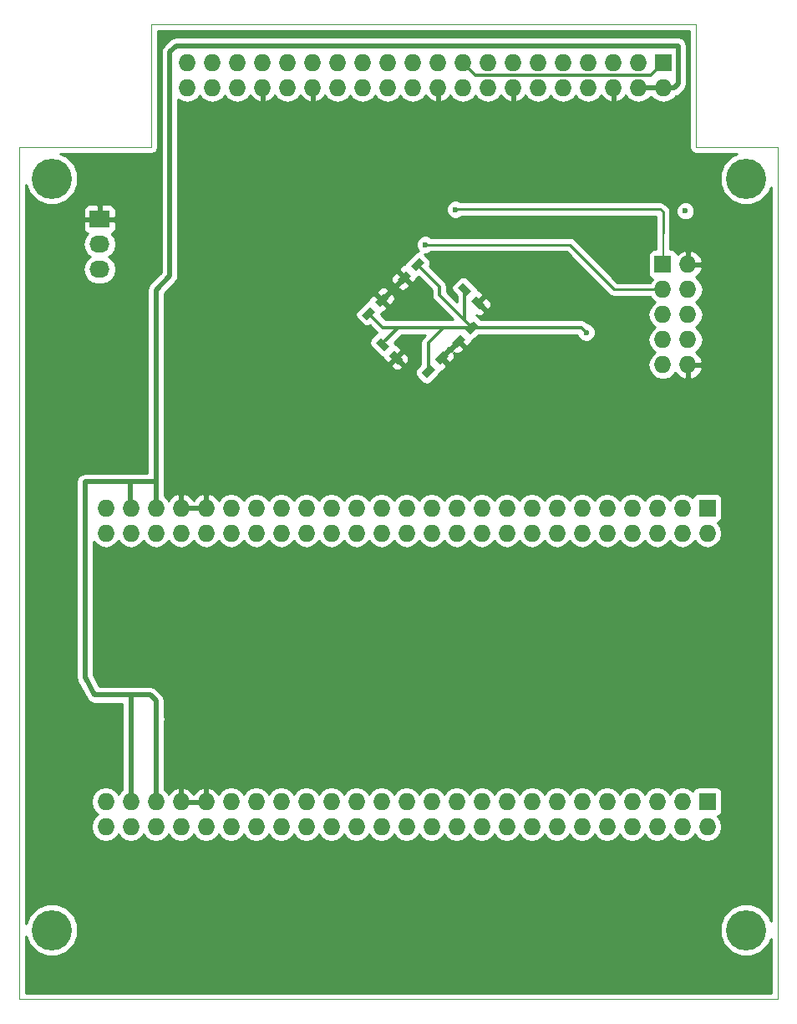
<source format=gbr>
G04 #@! TF.FileFunction,Copper,L2,Bot,Signal*
%FSLAX46Y46*%
G04 Gerber Fmt 4.6, Leading zero omitted, Abs format (unit mm)*
G04 Created by KiCad (PCBNEW 4.0.2-stable) date 2016-03-21 오전 2:06:37*
%MOMM*%
G01*
G04 APERTURE LIST*
%ADD10C,0.100000*%
%ADD11R,1.727200X1.727200*%
%ADD12O,1.727200X1.727200*%
%ADD13C,4.064000*%
%ADD14R,2.032000X1.727200*%
%ADD15O,2.032000X1.727200*%
%ADD16C,0.600000*%
%ADD17C,0.500000*%
%ADD18C,0.220000*%
%ADD19C,0.200000*%
%ADD20C,0.300000*%
%ADD21C,0.254000*%
G04 APERTURE END LIST*
D10*
X92857320Y-145000000D02*
X169666920Y-145000000D01*
X92857320Y-58719720D02*
X92857320Y-145000000D01*
X106227880Y-58719720D02*
X92857320Y-58719720D01*
X106227880Y-46294040D02*
X106227880Y-58719720D01*
X161401760Y-46294040D02*
X106227880Y-46294040D01*
X161401760Y-58734960D02*
X161401760Y-46294040D01*
X169666920Y-58734960D02*
X161401760Y-58734960D01*
X169666920Y-145000000D02*
X169666920Y-58734960D01*
G36*
X128069070Y-76217520D02*
X127538740Y-75687190D01*
X128387268Y-74838662D01*
X128917598Y-75368992D01*
X128069070Y-76217520D01*
X128069070Y-76217520D01*
G37*
G36*
X129412572Y-74874018D02*
X128882242Y-74343688D01*
X129730770Y-73495160D01*
X130261100Y-74025490D01*
X129412572Y-74874018D01*
X129412572Y-74874018D01*
G37*
D11*
X162560000Y-95250000D03*
D12*
X162560000Y-97790000D03*
X160020000Y-95250000D03*
X160020000Y-97790000D03*
X157480000Y-95250000D03*
X157480000Y-97790000D03*
X154940000Y-95250000D03*
X154940000Y-97790000D03*
X152400000Y-95250000D03*
X152400000Y-97790000D03*
X149860000Y-95250000D03*
X149860000Y-97790000D03*
X147320000Y-95250000D03*
X147320000Y-97790000D03*
X144780000Y-95250000D03*
X144780000Y-97790000D03*
X142240000Y-95250000D03*
X142240000Y-97790000D03*
X139700000Y-95250000D03*
X139700000Y-97790000D03*
X137160000Y-95250000D03*
X137160000Y-97790000D03*
X134620000Y-95250000D03*
X134620000Y-97790000D03*
X132080000Y-95250000D03*
X132080000Y-97790000D03*
X129540000Y-95250000D03*
X129540000Y-97790000D03*
X127000000Y-95250000D03*
X127000000Y-97790000D03*
X124460000Y-95250000D03*
X124460000Y-97790000D03*
X121920000Y-95250000D03*
X121920000Y-97790000D03*
X119380000Y-95250000D03*
X119380000Y-97790000D03*
X116840000Y-95250000D03*
X116840000Y-97790000D03*
X114300000Y-95250000D03*
X114300000Y-97790000D03*
X111760000Y-95250000D03*
X111760000Y-97790000D03*
X109220000Y-95250000D03*
X109220000Y-97790000D03*
X106680000Y-95250000D03*
X106680000Y-97790000D03*
X104140000Y-95250000D03*
X104140000Y-97790000D03*
X101600000Y-95250000D03*
X101600000Y-97790000D03*
D13*
X166500000Y-61889000D03*
X96118680Y-61889000D03*
X166500000Y-138000000D03*
D11*
X162560000Y-125000000D03*
D12*
X162560000Y-127540000D03*
X160020000Y-125000000D03*
X160020000Y-127540000D03*
X157480000Y-125000000D03*
X157480000Y-127540000D03*
X154940000Y-125000000D03*
X154940000Y-127540000D03*
X152400000Y-125000000D03*
X152400000Y-127540000D03*
X149860000Y-125000000D03*
X149860000Y-127540000D03*
X147320000Y-125000000D03*
X147320000Y-127540000D03*
X144780000Y-125000000D03*
X144780000Y-127540000D03*
X142240000Y-125000000D03*
X142240000Y-127540000D03*
X139700000Y-125000000D03*
X139700000Y-127540000D03*
X137160000Y-125000000D03*
X137160000Y-127540000D03*
X134620000Y-125000000D03*
X134620000Y-127540000D03*
X132080000Y-125000000D03*
X132080000Y-127540000D03*
X129540000Y-125000000D03*
X129540000Y-127540000D03*
X127000000Y-125000000D03*
X127000000Y-127540000D03*
X124460000Y-125000000D03*
X124460000Y-127540000D03*
X121920000Y-125000000D03*
X121920000Y-127540000D03*
X119380000Y-125000000D03*
X119380000Y-127540000D03*
X116840000Y-125000000D03*
X116840000Y-127540000D03*
X114300000Y-125000000D03*
X114300000Y-127540000D03*
X111760000Y-125000000D03*
X111760000Y-127540000D03*
X109220000Y-125000000D03*
X109220000Y-127540000D03*
X106680000Y-125000000D03*
X106680000Y-127540000D03*
X104140000Y-125000000D03*
X104140000Y-127540000D03*
X101600000Y-125000000D03*
X101600000Y-127540000D03*
D11*
X158115000Y-50165000D03*
D12*
X158115000Y-52705000D03*
X155575000Y-50165000D03*
X155575000Y-52705000D03*
X153035000Y-50165000D03*
X153035000Y-52705000D03*
X150495000Y-50165000D03*
X150495000Y-52705000D03*
X147955000Y-50165000D03*
X147955000Y-52705000D03*
X145415000Y-50165000D03*
X145415000Y-52705000D03*
X142875000Y-50165000D03*
X142875000Y-52705000D03*
X140335000Y-50165000D03*
X140335000Y-52705000D03*
X137795000Y-50165000D03*
X137795000Y-52705000D03*
X135255000Y-50165000D03*
X135255000Y-52705000D03*
X132715000Y-50165000D03*
X132715000Y-52705000D03*
X130175000Y-50165000D03*
X130175000Y-52705000D03*
X127635000Y-50165000D03*
X127635000Y-52705000D03*
X125095000Y-50165000D03*
X125095000Y-52705000D03*
X122555000Y-50165000D03*
X122555000Y-52705000D03*
X120015000Y-50165000D03*
X120015000Y-52705000D03*
X117475000Y-50165000D03*
X117475000Y-52705000D03*
X114935000Y-50165000D03*
X114935000Y-52705000D03*
X112395000Y-50165000D03*
X112395000Y-52705000D03*
X109855000Y-50165000D03*
X109855000Y-52705000D03*
D14*
X100965000Y-66000000D03*
D15*
X100965000Y-68540000D03*
X100965000Y-71080000D03*
D11*
X158064200Y-70586600D03*
D12*
X160604200Y-70586600D03*
X158064200Y-73126600D03*
X160604200Y-73126600D03*
X158064200Y-75666600D03*
X160604200Y-75666600D03*
X158064200Y-78206600D03*
X160604200Y-78206600D03*
X158064200Y-80746600D03*
X160604200Y-80746600D03*
D10*
G36*
X133350270Y-69875660D02*
X133880600Y-70405990D01*
X133032072Y-71254518D01*
X132501742Y-70724188D01*
X133350270Y-69875660D01*
X133350270Y-69875660D01*
G37*
G36*
X132006768Y-71219162D02*
X132537098Y-71749492D01*
X131688570Y-72598020D01*
X131158240Y-72067690D01*
X132006768Y-71219162D01*
X132006768Y-71219162D01*
G37*
G36*
X134119350Y-82082380D02*
X133589020Y-81552050D01*
X134437548Y-80703522D01*
X134967878Y-81233852D01*
X134119350Y-82082380D01*
X134119350Y-82082380D01*
G37*
G36*
X135462852Y-80738878D02*
X134932522Y-80208548D01*
X135781050Y-79360020D01*
X136311380Y-79890350D01*
X135462852Y-80738878D01*
X135462852Y-80738878D01*
G37*
G36*
X128961140Y-78508590D02*
X129491470Y-77978260D01*
X130339998Y-78826788D01*
X129809668Y-79357118D01*
X128961140Y-78508590D01*
X128961140Y-78508590D01*
G37*
G36*
X130304642Y-79852092D02*
X130834972Y-79321762D01*
X131683500Y-80170290D01*
X131153170Y-80700620D01*
X130304642Y-79852092D01*
X130304642Y-79852092D01*
G37*
G36*
X138874770Y-76289160D02*
X139405100Y-76819490D01*
X138556572Y-77668018D01*
X138026242Y-77137688D01*
X138874770Y-76289160D01*
X138874770Y-76289160D01*
G37*
G36*
X137531268Y-77632662D02*
X138061598Y-78162992D01*
X137213070Y-79011520D01*
X136682740Y-78481190D01*
X137531268Y-77632662D01*
X137531268Y-77632662D01*
G37*
G36*
X137292340Y-72971390D02*
X137822670Y-72441060D01*
X138671198Y-73289588D01*
X138140868Y-73819918D01*
X137292340Y-72971390D01*
X137292340Y-72971390D01*
G37*
G36*
X138635842Y-74314892D02*
X139166172Y-73784562D01*
X140014700Y-74633090D01*
X139484370Y-75163420D01*
X138635842Y-74314892D01*
X138635842Y-74314892D01*
G37*
D13*
X96118680Y-138000000D03*
D16*
X137027920Y-65013840D03*
X133979920Y-68569840D03*
X138715671Y-76978589D03*
X137981769Y-73130489D03*
X134278449Y-81392951D03*
X129611120Y-78628240D03*
X133191171Y-70565089D03*
X128228169Y-75528091D03*
X150299420Y-77459840D03*
X160337500Y-65173860D03*
X133827520Y-83759040D03*
X126169420Y-75999340D03*
X125534420Y-81777840D03*
D17*
X106680000Y-125000000D02*
X106680000Y-116662200D01*
X106756200Y-116586000D02*
X106680000Y-116586000D01*
X106680000Y-116662200D02*
X106756200Y-116586000D01*
X104140000Y-125000000D02*
X104140000Y-116840000D01*
X104140000Y-116840000D02*
X104140000Y-114198400D01*
X158115000Y-52705000D02*
X159207200Y-52705000D01*
X159603440Y-52308760D02*
X159603440Y-48437800D01*
X159207200Y-52705000D02*
X159603440Y-52308760D01*
X108071920Y-67614800D02*
X108071920Y-71749920D01*
X108071920Y-71749920D02*
X106680000Y-73141840D01*
X108772960Y-48437800D02*
X108727240Y-48437800D01*
X108071920Y-49093120D02*
X108071920Y-67614800D01*
X108727240Y-48437800D02*
X108071920Y-49093120D01*
X104101900Y-92608400D02*
X104101900Y-95211900D01*
X104101900Y-95211900D02*
X104140000Y-95250000D01*
X99491800Y-92608400D02*
X104101900Y-92608400D01*
X104101900Y-92608400D02*
X106565700Y-92608400D01*
X99491800Y-92608400D02*
X99491800Y-112369600D01*
X99491800Y-112369600D02*
X100444300Y-114198400D01*
X100444300Y-114198400D02*
X104140000Y-114198400D01*
X104140000Y-114198400D02*
X106095800Y-114198400D01*
X106095800Y-114198400D02*
X106680000Y-114782600D01*
X106680000Y-116840000D02*
X106680000Y-116586000D01*
X106680000Y-116586000D02*
X106680000Y-114782600D01*
X106565700Y-92608400D02*
X106680000Y-92494100D01*
X106680000Y-73141840D02*
X106680000Y-92494100D01*
X106680000Y-92494100D02*
X106680000Y-95250000D01*
X153670000Y-48437800D02*
X108772960Y-48437800D01*
X159603440Y-48437800D02*
X153670000Y-48437800D01*
X158115000Y-52705000D02*
X155575000Y-52705000D01*
D18*
X157792420Y-64950340D02*
X158076900Y-65234820D01*
X158076900Y-65234820D02*
X158076900Y-67386200D01*
X137091420Y-64950340D02*
X157792420Y-64950340D01*
X137027920Y-65013840D02*
X137091420Y-64950340D01*
D19*
X158076900Y-70573900D02*
X158076900Y-67386200D01*
X158076900Y-70573900D02*
X158064200Y-70586600D01*
D18*
X148584920Y-68569840D02*
X153141680Y-73126600D01*
X153141680Y-73126600D02*
X158064200Y-73126600D01*
X133979920Y-68569840D02*
X148584920Y-68569840D01*
D20*
X134278449Y-81392951D02*
X134278449Y-78532911D01*
X134278449Y-78532911D02*
X135859520Y-76951840D01*
X139059920Y-51450240D02*
X156829760Y-51450240D01*
X156829760Y-51450240D02*
X158115000Y-50165000D01*
X137795000Y-50185320D02*
X139059920Y-51450240D01*
X137795000Y-50165000D02*
X137795000Y-50185320D01*
X149791420Y-76951840D02*
X135859520Y-76951840D01*
X135859520Y-76951840D02*
X134360920Y-76951840D01*
X137981769Y-76244687D02*
X138384122Y-76647040D01*
X138384122Y-76647040D02*
X138715671Y-76978589D01*
X135402320Y-72837040D02*
X135402320Y-73665238D01*
X135402320Y-73665238D02*
X138384122Y-76647040D01*
X133191171Y-70625891D02*
X135402320Y-72837040D01*
X133191171Y-70565089D02*
X133191171Y-70625891D01*
X137981769Y-73130489D02*
X137981769Y-76244687D01*
X138715671Y-76978589D02*
X138715671Y-76630293D01*
X134360920Y-76951840D02*
X134335520Y-76951840D01*
X134360920Y-76951840D02*
X131287520Y-76951840D01*
X131287520Y-76951840D02*
X129651918Y-76951840D01*
X129611120Y-78628240D02*
X131287520Y-76951840D01*
X129651918Y-76951840D02*
X128228169Y-75528091D01*
X150299420Y-77459840D02*
X149791420Y-76951840D01*
X134278449Y-81392951D02*
X134278449Y-81187369D01*
X132836920Y-76951840D02*
X134360920Y-76951840D01*
X138815922Y-77078840D02*
X138715671Y-76978589D01*
X160337500Y-65173860D02*
X160337500Y-65151000D01*
X137731500Y-49974500D02*
X137731500Y-49999900D01*
X160337500Y-65151000D02*
X160362900Y-65151000D01*
D21*
G36*
X160761760Y-58734960D02*
X160810477Y-58979877D01*
X160949212Y-59187508D01*
X161156843Y-59326243D01*
X161401760Y-59374960D01*
X165600518Y-59374960D01*
X164991239Y-59626709D01*
X164240345Y-60376293D01*
X163833464Y-61356173D01*
X163832538Y-62417172D01*
X164237709Y-63397761D01*
X164987293Y-64148655D01*
X165967173Y-64555536D01*
X167028172Y-64556462D01*
X168008761Y-64151291D01*
X168759655Y-63401707D01*
X169026920Y-62758060D01*
X169026920Y-137131690D01*
X168762291Y-136491239D01*
X168012707Y-135740345D01*
X167032827Y-135333464D01*
X165971828Y-135332538D01*
X164991239Y-135737709D01*
X164240345Y-136487293D01*
X163833464Y-137467173D01*
X163832538Y-138528172D01*
X164237709Y-139508761D01*
X164987293Y-140259655D01*
X165967173Y-140666536D01*
X167028172Y-140667462D01*
X168008761Y-140262291D01*
X168759655Y-139512707D01*
X169026920Y-138869060D01*
X169026920Y-144360000D01*
X93497320Y-144360000D01*
X93497320Y-138639747D01*
X93856389Y-139508761D01*
X94605973Y-140259655D01*
X95585853Y-140666536D01*
X96646852Y-140667462D01*
X97627441Y-140262291D01*
X98378335Y-139512707D01*
X98785216Y-138532827D01*
X98786142Y-137471828D01*
X98380971Y-136491239D01*
X97631387Y-135740345D01*
X96651507Y-135333464D01*
X95590508Y-135332538D01*
X94609919Y-135737709D01*
X93859025Y-136487293D01*
X93497320Y-137358377D01*
X93497320Y-92608400D01*
X98606800Y-92608400D01*
X98606800Y-112369600D01*
X98614438Y-112407998D01*
X98610184Y-112446917D01*
X98647895Y-112576197D01*
X98674167Y-112708275D01*
X98695917Y-112740827D01*
X98706881Y-112778412D01*
X99659381Y-114607212D01*
X99743691Y-114712215D01*
X99818510Y-114824190D01*
X99851065Y-114845943D01*
X99875575Y-114876468D01*
X99993653Y-114941216D01*
X100105625Y-115016033D01*
X100144021Y-115023670D01*
X100178352Y-115042496D01*
X100312228Y-115057129D01*
X100444300Y-115083400D01*
X103255000Y-115083400D01*
X103255000Y-123794260D01*
X103080330Y-123910971D01*
X102870000Y-124225752D01*
X102659670Y-123910971D01*
X102173489Y-123586115D01*
X101600000Y-123472041D01*
X101026511Y-123586115D01*
X100540330Y-123910971D01*
X100215474Y-124397152D01*
X100101400Y-124970641D01*
X100101400Y-125029359D01*
X100215474Y-125602848D01*
X100540330Y-126089029D01*
X100811172Y-126270000D01*
X100540330Y-126450971D01*
X100215474Y-126937152D01*
X100101400Y-127510641D01*
X100101400Y-127569359D01*
X100215474Y-128142848D01*
X100540330Y-128629029D01*
X101026511Y-128953885D01*
X101600000Y-129067959D01*
X102173489Y-128953885D01*
X102659670Y-128629029D01*
X102870000Y-128314248D01*
X103080330Y-128629029D01*
X103566511Y-128953885D01*
X104140000Y-129067959D01*
X104713489Y-128953885D01*
X105199670Y-128629029D01*
X105410000Y-128314248D01*
X105620330Y-128629029D01*
X106106511Y-128953885D01*
X106680000Y-129067959D01*
X107253489Y-128953885D01*
X107739670Y-128629029D01*
X107950000Y-128314248D01*
X108160330Y-128629029D01*
X108646511Y-128953885D01*
X109220000Y-129067959D01*
X109793489Y-128953885D01*
X110279670Y-128629029D01*
X110490000Y-128314248D01*
X110700330Y-128629029D01*
X111186511Y-128953885D01*
X111760000Y-129067959D01*
X112333489Y-128953885D01*
X112819670Y-128629029D01*
X113030000Y-128314248D01*
X113240330Y-128629029D01*
X113726511Y-128953885D01*
X114300000Y-129067959D01*
X114873489Y-128953885D01*
X115359670Y-128629029D01*
X115570000Y-128314248D01*
X115780330Y-128629029D01*
X116266511Y-128953885D01*
X116840000Y-129067959D01*
X117413489Y-128953885D01*
X117899670Y-128629029D01*
X118110000Y-128314248D01*
X118320330Y-128629029D01*
X118806511Y-128953885D01*
X119380000Y-129067959D01*
X119953489Y-128953885D01*
X120439670Y-128629029D01*
X120650000Y-128314248D01*
X120860330Y-128629029D01*
X121346511Y-128953885D01*
X121920000Y-129067959D01*
X122493489Y-128953885D01*
X122979670Y-128629029D01*
X123190000Y-128314248D01*
X123400330Y-128629029D01*
X123886511Y-128953885D01*
X124460000Y-129067959D01*
X125033489Y-128953885D01*
X125519670Y-128629029D01*
X125730000Y-128314248D01*
X125940330Y-128629029D01*
X126426511Y-128953885D01*
X127000000Y-129067959D01*
X127573489Y-128953885D01*
X128059670Y-128629029D01*
X128270000Y-128314248D01*
X128480330Y-128629029D01*
X128966511Y-128953885D01*
X129540000Y-129067959D01*
X130113489Y-128953885D01*
X130599670Y-128629029D01*
X130810000Y-128314248D01*
X131020330Y-128629029D01*
X131506511Y-128953885D01*
X132080000Y-129067959D01*
X132653489Y-128953885D01*
X133139670Y-128629029D01*
X133350000Y-128314248D01*
X133560330Y-128629029D01*
X134046511Y-128953885D01*
X134620000Y-129067959D01*
X135193489Y-128953885D01*
X135679670Y-128629029D01*
X135890000Y-128314248D01*
X136100330Y-128629029D01*
X136586511Y-128953885D01*
X137160000Y-129067959D01*
X137733489Y-128953885D01*
X138219670Y-128629029D01*
X138430000Y-128314248D01*
X138640330Y-128629029D01*
X139126511Y-128953885D01*
X139700000Y-129067959D01*
X140273489Y-128953885D01*
X140759670Y-128629029D01*
X140970000Y-128314248D01*
X141180330Y-128629029D01*
X141666511Y-128953885D01*
X142240000Y-129067959D01*
X142813489Y-128953885D01*
X143299670Y-128629029D01*
X143510000Y-128314248D01*
X143720330Y-128629029D01*
X144206511Y-128953885D01*
X144780000Y-129067959D01*
X145353489Y-128953885D01*
X145839670Y-128629029D01*
X146050000Y-128314248D01*
X146260330Y-128629029D01*
X146746511Y-128953885D01*
X147320000Y-129067959D01*
X147893489Y-128953885D01*
X148379670Y-128629029D01*
X148590000Y-128314248D01*
X148800330Y-128629029D01*
X149286511Y-128953885D01*
X149860000Y-129067959D01*
X150433489Y-128953885D01*
X150919670Y-128629029D01*
X151130000Y-128314248D01*
X151340330Y-128629029D01*
X151826511Y-128953885D01*
X152400000Y-129067959D01*
X152973489Y-128953885D01*
X153459670Y-128629029D01*
X153670000Y-128314248D01*
X153880330Y-128629029D01*
X154366511Y-128953885D01*
X154940000Y-129067959D01*
X155513489Y-128953885D01*
X155999670Y-128629029D01*
X156210000Y-128314248D01*
X156420330Y-128629029D01*
X156906511Y-128953885D01*
X157480000Y-129067959D01*
X158053489Y-128953885D01*
X158539670Y-128629029D01*
X158750000Y-128314248D01*
X158960330Y-128629029D01*
X159446511Y-128953885D01*
X160020000Y-129067959D01*
X160593489Y-128953885D01*
X161079670Y-128629029D01*
X161290000Y-128314248D01*
X161500330Y-128629029D01*
X161986511Y-128953885D01*
X162560000Y-129067959D01*
X163133489Y-128953885D01*
X163619670Y-128629029D01*
X163944526Y-128142848D01*
X164058600Y-127569359D01*
X164058600Y-127510641D01*
X163944526Y-126937152D01*
X163633426Y-126471558D01*
X163658917Y-126466762D01*
X163875041Y-126327690D01*
X164020031Y-126115490D01*
X164071040Y-125863600D01*
X164071040Y-124136400D01*
X164026762Y-123901083D01*
X163887690Y-123684959D01*
X163675490Y-123539969D01*
X163423600Y-123488960D01*
X161696400Y-123488960D01*
X161461083Y-123533238D01*
X161244959Y-123672310D01*
X161099969Y-123884510D01*
X161091136Y-123928131D01*
X161079670Y-123910971D01*
X160593489Y-123586115D01*
X160020000Y-123472041D01*
X159446511Y-123586115D01*
X158960330Y-123910971D01*
X158750000Y-124225752D01*
X158539670Y-123910971D01*
X158053489Y-123586115D01*
X157480000Y-123472041D01*
X156906511Y-123586115D01*
X156420330Y-123910971D01*
X156210000Y-124225752D01*
X155999670Y-123910971D01*
X155513489Y-123586115D01*
X154940000Y-123472041D01*
X154366511Y-123586115D01*
X153880330Y-123910971D01*
X153670000Y-124225752D01*
X153459670Y-123910971D01*
X152973489Y-123586115D01*
X152400000Y-123472041D01*
X151826511Y-123586115D01*
X151340330Y-123910971D01*
X151130000Y-124225752D01*
X150919670Y-123910971D01*
X150433489Y-123586115D01*
X149860000Y-123472041D01*
X149286511Y-123586115D01*
X148800330Y-123910971D01*
X148590000Y-124225752D01*
X148379670Y-123910971D01*
X147893489Y-123586115D01*
X147320000Y-123472041D01*
X146746511Y-123586115D01*
X146260330Y-123910971D01*
X146050000Y-124225752D01*
X145839670Y-123910971D01*
X145353489Y-123586115D01*
X144780000Y-123472041D01*
X144206511Y-123586115D01*
X143720330Y-123910971D01*
X143510000Y-124225752D01*
X143299670Y-123910971D01*
X142813489Y-123586115D01*
X142240000Y-123472041D01*
X141666511Y-123586115D01*
X141180330Y-123910971D01*
X140970000Y-124225752D01*
X140759670Y-123910971D01*
X140273489Y-123586115D01*
X139700000Y-123472041D01*
X139126511Y-123586115D01*
X138640330Y-123910971D01*
X138430000Y-124225752D01*
X138219670Y-123910971D01*
X137733489Y-123586115D01*
X137160000Y-123472041D01*
X136586511Y-123586115D01*
X136100330Y-123910971D01*
X135890000Y-124225752D01*
X135679670Y-123910971D01*
X135193489Y-123586115D01*
X134620000Y-123472041D01*
X134046511Y-123586115D01*
X133560330Y-123910971D01*
X133350000Y-124225752D01*
X133139670Y-123910971D01*
X132653489Y-123586115D01*
X132080000Y-123472041D01*
X131506511Y-123586115D01*
X131020330Y-123910971D01*
X130810000Y-124225752D01*
X130599670Y-123910971D01*
X130113489Y-123586115D01*
X129540000Y-123472041D01*
X128966511Y-123586115D01*
X128480330Y-123910971D01*
X128270000Y-124225752D01*
X128059670Y-123910971D01*
X127573489Y-123586115D01*
X127000000Y-123472041D01*
X126426511Y-123586115D01*
X125940330Y-123910971D01*
X125730000Y-124225752D01*
X125519670Y-123910971D01*
X125033489Y-123586115D01*
X124460000Y-123472041D01*
X123886511Y-123586115D01*
X123400330Y-123910971D01*
X123190000Y-124225752D01*
X122979670Y-123910971D01*
X122493489Y-123586115D01*
X121920000Y-123472041D01*
X121346511Y-123586115D01*
X120860330Y-123910971D01*
X120650000Y-124225752D01*
X120439670Y-123910971D01*
X119953489Y-123586115D01*
X119380000Y-123472041D01*
X118806511Y-123586115D01*
X118320330Y-123910971D01*
X118110000Y-124225752D01*
X117899670Y-123910971D01*
X117413489Y-123586115D01*
X116840000Y-123472041D01*
X116266511Y-123586115D01*
X115780330Y-123910971D01*
X115570000Y-124225752D01*
X115359670Y-123910971D01*
X114873489Y-123586115D01*
X114300000Y-123472041D01*
X113726511Y-123586115D01*
X113240330Y-123910971D01*
X113024336Y-124234228D01*
X112966821Y-124111510D01*
X112534947Y-123717312D01*
X112119026Y-123545042D01*
X111887000Y-123666183D01*
X111887000Y-124873000D01*
X111907000Y-124873000D01*
X111907000Y-125127000D01*
X111887000Y-125127000D01*
X111887000Y-125147000D01*
X111633000Y-125147000D01*
X111633000Y-125127000D01*
X109347000Y-125127000D01*
X109347000Y-125147000D01*
X109093000Y-125147000D01*
X109093000Y-125127000D01*
X109073000Y-125127000D01*
X109073000Y-124873000D01*
X109093000Y-124873000D01*
X109093000Y-123666183D01*
X109347000Y-123666183D01*
X109347000Y-124873000D01*
X111633000Y-124873000D01*
X111633000Y-123666183D01*
X111400974Y-123545042D01*
X110985053Y-123717312D01*
X110553179Y-124111510D01*
X110490000Y-124246313D01*
X110426821Y-124111510D01*
X109994947Y-123717312D01*
X109579026Y-123545042D01*
X109347000Y-123666183D01*
X109093000Y-123666183D01*
X108860974Y-123545042D01*
X108445053Y-123717312D01*
X108013179Y-124111510D01*
X107955664Y-124234228D01*
X107739670Y-123910971D01*
X107565000Y-123794260D01*
X107565000Y-116937895D01*
X107573833Y-116924675D01*
X107590676Y-116840000D01*
X107641201Y-116586000D01*
X107573833Y-116247326D01*
X107573833Y-116247325D01*
X107565000Y-116234105D01*
X107565000Y-114782605D01*
X107565001Y-114782600D01*
X107497634Y-114443926D01*
X107333579Y-114198400D01*
X107305790Y-114156810D01*
X107305787Y-114156808D01*
X106721590Y-113572610D01*
X106434475Y-113380767D01*
X106378284Y-113369590D01*
X106095800Y-113313399D01*
X106095795Y-113313400D01*
X100981204Y-113313400D01*
X100376800Y-112152944D01*
X100376800Y-98634289D01*
X100540330Y-98879029D01*
X101026511Y-99203885D01*
X101600000Y-99317959D01*
X102173489Y-99203885D01*
X102659670Y-98879029D01*
X102870000Y-98564248D01*
X103080330Y-98879029D01*
X103566511Y-99203885D01*
X104140000Y-99317959D01*
X104713489Y-99203885D01*
X105199670Y-98879029D01*
X105410000Y-98564248D01*
X105620330Y-98879029D01*
X106106511Y-99203885D01*
X106680000Y-99317959D01*
X107253489Y-99203885D01*
X107739670Y-98879029D01*
X107950000Y-98564248D01*
X108160330Y-98879029D01*
X108646511Y-99203885D01*
X109220000Y-99317959D01*
X109793489Y-99203885D01*
X110279670Y-98879029D01*
X110490000Y-98564248D01*
X110700330Y-98879029D01*
X111186511Y-99203885D01*
X111760000Y-99317959D01*
X112333489Y-99203885D01*
X112819670Y-98879029D01*
X113030000Y-98564248D01*
X113240330Y-98879029D01*
X113726511Y-99203885D01*
X114300000Y-99317959D01*
X114873489Y-99203885D01*
X115359670Y-98879029D01*
X115570000Y-98564248D01*
X115780330Y-98879029D01*
X116266511Y-99203885D01*
X116840000Y-99317959D01*
X117413489Y-99203885D01*
X117899670Y-98879029D01*
X118110000Y-98564248D01*
X118320330Y-98879029D01*
X118806511Y-99203885D01*
X119380000Y-99317959D01*
X119953489Y-99203885D01*
X120439670Y-98879029D01*
X120650000Y-98564248D01*
X120860330Y-98879029D01*
X121346511Y-99203885D01*
X121920000Y-99317959D01*
X122493489Y-99203885D01*
X122979670Y-98879029D01*
X123190000Y-98564248D01*
X123400330Y-98879029D01*
X123886511Y-99203885D01*
X124460000Y-99317959D01*
X125033489Y-99203885D01*
X125519670Y-98879029D01*
X125730000Y-98564248D01*
X125940330Y-98879029D01*
X126426511Y-99203885D01*
X127000000Y-99317959D01*
X127573489Y-99203885D01*
X128059670Y-98879029D01*
X128270000Y-98564248D01*
X128480330Y-98879029D01*
X128966511Y-99203885D01*
X129540000Y-99317959D01*
X130113489Y-99203885D01*
X130599670Y-98879029D01*
X130810000Y-98564248D01*
X131020330Y-98879029D01*
X131506511Y-99203885D01*
X132080000Y-99317959D01*
X132653489Y-99203885D01*
X133139670Y-98879029D01*
X133350000Y-98564248D01*
X133560330Y-98879029D01*
X134046511Y-99203885D01*
X134620000Y-99317959D01*
X135193489Y-99203885D01*
X135679670Y-98879029D01*
X135890000Y-98564248D01*
X136100330Y-98879029D01*
X136586511Y-99203885D01*
X137160000Y-99317959D01*
X137733489Y-99203885D01*
X138219670Y-98879029D01*
X138430000Y-98564248D01*
X138640330Y-98879029D01*
X139126511Y-99203885D01*
X139700000Y-99317959D01*
X140273489Y-99203885D01*
X140759670Y-98879029D01*
X140970000Y-98564248D01*
X141180330Y-98879029D01*
X141666511Y-99203885D01*
X142240000Y-99317959D01*
X142813489Y-99203885D01*
X143299670Y-98879029D01*
X143510000Y-98564248D01*
X143720330Y-98879029D01*
X144206511Y-99203885D01*
X144780000Y-99317959D01*
X145353489Y-99203885D01*
X145839670Y-98879029D01*
X146050000Y-98564248D01*
X146260330Y-98879029D01*
X146746511Y-99203885D01*
X147320000Y-99317959D01*
X147893489Y-99203885D01*
X148379670Y-98879029D01*
X148590000Y-98564248D01*
X148800330Y-98879029D01*
X149286511Y-99203885D01*
X149860000Y-99317959D01*
X150433489Y-99203885D01*
X150919670Y-98879029D01*
X151130000Y-98564248D01*
X151340330Y-98879029D01*
X151826511Y-99203885D01*
X152400000Y-99317959D01*
X152973489Y-99203885D01*
X153459670Y-98879029D01*
X153670000Y-98564248D01*
X153880330Y-98879029D01*
X154366511Y-99203885D01*
X154940000Y-99317959D01*
X155513489Y-99203885D01*
X155999670Y-98879029D01*
X156210000Y-98564248D01*
X156420330Y-98879029D01*
X156906511Y-99203885D01*
X157480000Y-99317959D01*
X158053489Y-99203885D01*
X158539670Y-98879029D01*
X158750000Y-98564248D01*
X158960330Y-98879029D01*
X159446511Y-99203885D01*
X160020000Y-99317959D01*
X160593489Y-99203885D01*
X161079670Y-98879029D01*
X161290000Y-98564248D01*
X161500330Y-98879029D01*
X161986511Y-99203885D01*
X162560000Y-99317959D01*
X163133489Y-99203885D01*
X163619670Y-98879029D01*
X163944526Y-98392848D01*
X164058600Y-97819359D01*
X164058600Y-97760641D01*
X163944526Y-97187152D01*
X163633426Y-96721558D01*
X163658917Y-96716762D01*
X163875041Y-96577690D01*
X164020031Y-96365490D01*
X164071040Y-96113600D01*
X164071040Y-94386400D01*
X164026762Y-94151083D01*
X163887690Y-93934959D01*
X163675490Y-93789969D01*
X163423600Y-93738960D01*
X161696400Y-93738960D01*
X161461083Y-93783238D01*
X161244959Y-93922310D01*
X161099969Y-94134510D01*
X161091136Y-94178131D01*
X161079670Y-94160971D01*
X160593489Y-93836115D01*
X160020000Y-93722041D01*
X159446511Y-93836115D01*
X158960330Y-94160971D01*
X158750000Y-94475752D01*
X158539670Y-94160971D01*
X158053489Y-93836115D01*
X157480000Y-93722041D01*
X156906511Y-93836115D01*
X156420330Y-94160971D01*
X156210000Y-94475752D01*
X155999670Y-94160971D01*
X155513489Y-93836115D01*
X154940000Y-93722041D01*
X154366511Y-93836115D01*
X153880330Y-94160971D01*
X153670000Y-94475752D01*
X153459670Y-94160971D01*
X152973489Y-93836115D01*
X152400000Y-93722041D01*
X151826511Y-93836115D01*
X151340330Y-94160971D01*
X151130000Y-94475752D01*
X150919670Y-94160971D01*
X150433489Y-93836115D01*
X149860000Y-93722041D01*
X149286511Y-93836115D01*
X148800330Y-94160971D01*
X148590000Y-94475752D01*
X148379670Y-94160971D01*
X147893489Y-93836115D01*
X147320000Y-93722041D01*
X146746511Y-93836115D01*
X146260330Y-94160971D01*
X146050000Y-94475752D01*
X145839670Y-94160971D01*
X145353489Y-93836115D01*
X144780000Y-93722041D01*
X144206511Y-93836115D01*
X143720330Y-94160971D01*
X143510000Y-94475752D01*
X143299670Y-94160971D01*
X142813489Y-93836115D01*
X142240000Y-93722041D01*
X141666511Y-93836115D01*
X141180330Y-94160971D01*
X140970000Y-94475752D01*
X140759670Y-94160971D01*
X140273489Y-93836115D01*
X139700000Y-93722041D01*
X139126511Y-93836115D01*
X138640330Y-94160971D01*
X138430000Y-94475752D01*
X138219670Y-94160971D01*
X137733489Y-93836115D01*
X137160000Y-93722041D01*
X136586511Y-93836115D01*
X136100330Y-94160971D01*
X135890000Y-94475752D01*
X135679670Y-94160971D01*
X135193489Y-93836115D01*
X134620000Y-93722041D01*
X134046511Y-93836115D01*
X133560330Y-94160971D01*
X133350000Y-94475752D01*
X133139670Y-94160971D01*
X132653489Y-93836115D01*
X132080000Y-93722041D01*
X131506511Y-93836115D01*
X131020330Y-94160971D01*
X130810000Y-94475752D01*
X130599670Y-94160971D01*
X130113489Y-93836115D01*
X129540000Y-93722041D01*
X128966511Y-93836115D01*
X128480330Y-94160971D01*
X128270000Y-94475752D01*
X128059670Y-94160971D01*
X127573489Y-93836115D01*
X127000000Y-93722041D01*
X126426511Y-93836115D01*
X125940330Y-94160971D01*
X125730000Y-94475752D01*
X125519670Y-94160971D01*
X125033489Y-93836115D01*
X124460000Y-93722041D01*
X123886511Y-93836115D01*
X123400330Y-94160971D01*
X123190000Y-94475752D01*
X122979670Y-94160971D01*
X122493489Y-93836115D01*
X121920000Y-93722041D01*
X121346511Y-93836115D01*
X120860330Y-94160971D01*
X120650000Y-94475752D01*
X120439670Y-94160971D01*
X119953489Y-93836115D01*
X119380000Y-93722041D01*
X118806511Y-93836115D01*
X118320330Y-94160971D01*
X118110000Y-94475752D01*
X117899670Y-94160971D01*
X117413489Y-93836115D01*
X116840000Y-93722041D01*
X116266511Y-93836115D01*
X115780330Y-94160971D01*
X115570000Y-94475752D01*
X115359670Y-94160971D01*
X114873489Y-93836115D01*
X114300000Y-93722041D01*
X113726511Y-93836115D01*
X113240330Y-94160971D01*
X113024336Y-94484228D01*
X112966821Y-94361510D01*
X112534947Y-93967312D01*
X112119026Y-93795042D01*
X111887000Y-93916183D01*
X111887000Y-95123000D01*
X111907000Y-95123000D01*
X111907000Y-95377000D01*
X111887000Y-95377000D01*
X111887000Y-95397000D01*
X111633000Y-95397000D01*
X111633000Y-95377000D01*
X109347000Y-95377000D01*
X109347000Y-95397000D01*
X109093000Y-95397000D01*
X109093000Y-95377000D01*
X109073000Y-95377000D01*
X109073000Y-95123000D01*
X109093000Y-95123000D01*
X109093000Y-93916183D01*
X109347000Y-93916183D01*
X109347000Y-95123000D01*
X111633000Y-95123000D01*
X111633000Y-93916183D01*
X111400974Y-93795042D01*
X110985053Y-93967312D01*
X110553179Y-94361510D01*
X110490000Y-94496313D01*
X110426821Y-94361510D01*
X109994947Y-93967312D01*
X109579026Y-93795042D01*
X109347000Y-93916183D01*
X109093000Y-93916183D01*
X108860974Y-93795042D01*
X108445053Y-93967312D01*
X108013179Y-94361510D01*
X107955664Y-94484228D01*
X107739670Y-94160971D01*
X107565000Y-94044260D01*
X107565000Y-92494105D01*
X107565001Y-92494100D01*
X107565000Y-92494095D01*
X107565000Y-80702918D01*
X130481949Y-80702918D01*
X130481949Y-80927425D01*
X130793471Y-81238947D01*
X131026860Y-81335620D01*
X131279479Y-81335620D01*
X131512868Y-81238948D01*
X131665292Y-81086524D01*
X131665292Y-80862017D01*
X130994071Y-80190796D01*
X130481949Y-80702918D01*
X107565000Y-80702918D01*
X107565000Y-75678246D01*
X126891362Y-75678246D01*
X126938886Y-75930817D01*
X127080931Y-76144999D01*
X127611261Y-76675329D01*
X127808964Y-76810414D01*
X128060126Y-76864898D01*
X128312697Y-76817374D01*
X128369574Y-76779654D01*
X129079783Y-77489863D01*
X129033661Y-77520451D01*
X128503331Y-78050781D01*
X128368246Y-78248484D01*
X128313762Y-78499646D01*
X128361286Y-78752217D01*
X128503331Y-78966399D01*
X129351859Y-79814927D01*
X129549562Y-79950012D01*
X129669642Y-79976061D01*
X129669642Y-79978402D01*
X129766315Y-80211791D01*
X130077837Y-80523313D01*
X130302344Y-80523313D01*
X130814466Y-80011191D01*
X131173676Y-80011191D01*
X131844897Y-80682412D01*
X132069404Y-80682412D01*
X132221828Y-80529988D01*
X132318500Y-80296599D01*
X132318500Y-80043980D01*
X132221827Y-79810591D01*
X131910305Y-79499069D01*
X131685798Y-79499069D01*
X131173676Y-80011191D01*
X130814466Y-80011191D01*
X130800324Y-79997049D01*
X130979929Y-79817444D01*
X130994071Y-79831586D01*
X131506193Y-79319464D01*
X131506193Y-79094957D01*
X131194671Y-78783435D01*
X130961282Y-78686762D01*
X130959346Y-78686762D01*
X130939852Y-78583161D01*
X130870671Y-78478847D01*
X131612678Y-77736840D01*
X133964362Y-77736840D01*
X133723370Y-77977832D01*
X133553204Y-78232504D01*
X133549320Y-78252032D01*
X133493449Y-78532911D01*
X133493449Y-80732003D01*
X133131211Y-81094241D01*
X132996126Y-81291944D01*
X132941642Y-81543106D01*
X132989166Y-81795677D01*
X133131211Y-82009859D01*
X133661541Y-82540189D01*
X133859244Y-82675274D01*
X134110406Y-82729758D01*
X134362977Y-82682234D01*
X134577159Y-82540189D01*
X135425687Y-81691661D01*
X135560772Y-81493958D01*
X135586821Y-81373878D01*
X135589162Y-81373878D01*
X135822551Y-81277205D01*
X136134073Y-80965683D01*
X136134073Y-80741176D01*
X135621951Y-80229054D01*
X135607809Y-80243197D01*
X135428204Y-80063592D01*
X135442346Y-80049449D01*
X135801556Y-80049449D01*
X136313678Y-80561571D01*
X136538185Y-80561571D01*
X136849707Y-80250049D01*
X136946380Y-80016660D01*
X136946380Y-79764041D01*
X136858547Y-79551992D01*
X137086761Y-79646520D01*
X137339380Y-79646520D01*
X137572769Y-79549847D01*
X137884291Y-79238325D01*
X137884291Y-79013818D01*
X137372169Y-78501696D01*
X136700948Y-79172917D01*
X136700948Y-79381892D01*
X136697284Y-79378228D01*
X136472777Y-79378228D01*
X135801556Y-80049449D01*
X135442346Y-80049449D01*
X135428204Y-80035307D01*
X135607809Y-79855702D01*
X135621951Y-79869844D01*
X136293172Y-79198623D01*
X136293172Y-78989648D01*
X136296836Y-78993312D01*
X136521343Y-78993312D01*
X137192564Y-78322091D01*
X137178422Y-78307949D01*
X137358027Y-78128344D01*
X137372169Y-78142486D01*
X137386312Y-78128344D01*
X137565917Y-78307949D01*
X137551774Y-78322091D01*
X138063896Y-78834213D01*
X138288403Y-78834213D01*
X138599925Y-78522691D01*
X138696598Y-78289302D01*
X138696598Y-78287366D01*
X138800199Y-78267872D01*
X139014381Y-78125827D01*
X139403368Y-77736840D01*
X149402203Y-77736840D01*
X149506303Y-77988783D01*
X149769093Y-78252032D01*
X150112621Y-78394678D01*
X150484587Y-78395002D01*
X150828363Y-78252957D01*
X151091612Y-77990167D01*
X151234258Y-77646639D01*
X151234582Y-77274673D01*
X151092537Y-76930897D01*
X150829747Y-76667648D01*
X150486219Y-76525002D01*
X150474730Y-76524992D01*
X150346499Y-76396761D01*
X150091827Y-76226595D01*
X149791420Y-76166840D01*
X139668068Y-76166840D01*
X139332579Y-75831351D01*
X139170958Y-75720920D01*
X139358060Y-75798420D01*
X139610679Y-75798420D01*
X139844068Y-75701748D01*
X139996492Y-75549324D01*
X139996492Y-75324817D01*
X139325271Y-74653596D01*
X139311129Y-74667739D01*
X139131524Y-74488134D01*
X139145666Y-74473991D01*
X139504876Y-74473991D01*
X140176097Y-75145212D01*
X140400604Y-75145212D01*
X140553028Y-74992788D01*
X140649700Y-74759399D01*
X140649700Y-74506780D01*
X140553027Y-74273391D01*
X140241505Y-73961869D01*
X140016998Y-73961869D01*
X139504876Y-74473991D01*
X139145666Y-74473991D01*
X139131524Y-74459849D01*
X139311129Y-74280244D01*
X139325271Y-74294386D01*
X139837393Y-73782264D01*
X139837393Y-73557757D01*
X139525871Y-73246235D01*
X139292482Y-73149562D01*
X139290546Y-73149562D01*
X139271052Y-73045961D01*
X139129007Y-72831779D01*
X138280479Y-71983251D01*
X138082776Y-71848166D01*
X137831614Y-71793682D01*
X137579043Y-71841206D01*
X137364861Y-71983251D01*
X136834531Y-72513581D01*
X136699446Y-72711284D01*
X136644962Y-72962446D01*
X136692486Y-73215017D01*
X136834531Y-73429199D01*
X137196769Y-73791437D01*
X137196769Y-74349529D01*
X136187320Y-73340080D01*
X136187320Y-72837040D01*
X136127565Y-72536634D01*
X135957399Y-72281961D01*
X134419929Y-70744491D01*
X134473494Y-70666096D01*
X134527978Y-70414934D01*
X134480454Y-70162363D01*
X134338409Y-69948181D01*
X133894995Y-69504767D01*
X134165087Y-69505002D01*
X134508863Y-69362957D01*
X134557064Y-69314840D01*
X148276330Y-69314840D01*
X152614883Y-73653392D01*
X152614885Y-73653395D01*
X152838442Y-73802770D01*
X152856581Y-73814890D01*
X153141680Y-73871601D01*
X153141685Y-73871600D01*
X156764915Y-73871600D01*
X156975171Y-74186270D01*
X157289952Y-74396600D01*
X156975171Y-74606930D01*
X156650315Y-75093111D01*
X156536241Y-75666600D01*
X156650315Y-76240089D01*
X156975171Y-76726270D01*
X157289952Y-76936600D01*
X156975171Y-77146930D01*
X156650315Y-77633111D01*
X156536241Y-78206600D01*
X156650315Y-78780089D01*
X156975171Y-79266270D01*
X157289952Y-79476600D01*
X156975171Y-79686930D01*
X156650315Y-80173111D01*
X156536241Y-80746600D01*
X156650315Y-81320089D01*
X156975171Y-81806270D01*
X157461352Y-82131126D01*
X158034841Y-82245200D01*
X158093559Y-82245200D01*
X158667048Y-82131126D01*
X159153229Y-81806270D01*
X159334192Y-81535439D01*
X159715710Y-81953421D01*
X160245173Y-82201568D01*
X160477200Y-82081069D01*
X160477200Y-80873600D01*
X160731200Y-80873600D01*
X160731200Y-82081069D01*
X160963227Y-82201568D01*
X161492690Y-81953421D01*
X161886888Y-81521547D01*
X162059158Y-81105626D01*
X161938017Y-80873600D01*
X160731200Y-80873600D01*
X160477200Y-80873600D01*
X160457200Y-80873600D01*
X160457200Y-80619600D01*
X160477200Y-80619600D01*
X160477200Y-80599600D01*
X160731200Y-80599600D01*
X160731200Y-80619600D01*
X161938017Y-80619600D01*
X162059158Y-80387574D01*
X161886888Y-79971653D01*
X161492690Y-79539779D01*
X161369972Y-79482264D01*
X161693229Y-79266270D01*
X162018085Y-78780089D01*
X162132159Y-78206600D01*
X162018085Y-77633111D01*
X161693229Y-77146930D01*
X161378448Y-76936600D01*
X161693229Y-76726270D01*
X162018085Y-76240089D01*
X162132159Y-75666600D01*
X162018085Y-75093111D01*
X161693229Y-74606930D01*
X161378448Y-74396600D01*
X161693229Y-74186270D01*
X162018085Y-73700089D01*
X162132159Y-73126600D01*
X162018085Y-72553111D01*
X161693229Y-72066930D01*
X161369972Y-71850936D01*
X161492690Y-71793421D01*
X161886888Y-71361547D01*
X162059158Y-70945626D01*
X161938017Y-70713600D01*
X160731200Y-70713600D01*
X160731200Y-70733600D01*
X160477200Y-70733600D01*
X160477200Y-70713600D01*
X160457200Y-70713600D01*
X160457200Y-70459600D01*
X160477200Y-70459600D01*
X160477200Y-69252131D01*
X160731200Y-69252131D01*
X160731200Y-70459600D01*
X161938017Y-70459600D01*
X162059158Y-70227574D01*
X161886888Y-69811653D01*
X161492690Y-69379779D01*
X160963227Y-69131632D01*
X160731200Y-69252131D01*
X160477200Y-69252131D01*
X160245173Y-69131632D01*
X159715710Y-69379779D01*
X159545705Y-69566033D01*
X159530962Y-69487683D01*
X159391890Y-69271559D01*
X159179690Y-69126569D01*
X158927800Y-69075560D01*
X158811900Y-69075560D01*
X158811900Y-67436473D01*
X158821900Y-67386200D01*
X158821900Y-65359027D01*
X159402338Y-65359027D01*
X159544383Y-65702803D01*
X159807173Y-65966052D01*
X160150701Y-66108698D01*
X160522667Y-66109022D01*
X160866443Y-65966977D01*
X161129692Y-65704187D01*
X161272338Y-65360659D01*
X161272662Y-64988693D01*
X161130617Y-64644917D01*
X160867827Y-64381668D01*
X160524299Y-64239022D01*
X160152333Y-64238698D01*
X159808557Y-64380743D01*
X159545308Y-64643533D01*
X159402662Y-64987061D01*
X159402338Y-65359027D01*
X158821900Y-65359027D01*
X158821900Y-65234820D01*
X158765190Y-64949721D01*
X158603695Y-64708025D01*
X158603692Y-64708023D01*
X158319215Y-64423545D01*
X158077519Y-64262050D01*
X157792420Y-64205339D01*
X157792415Y-64205340D01*
X137518973Y-64205340D01*
X137214719Y-64079002D01*
X136842753Y-64078678D01*
X136498977Y-64220723D01*
X136235728Y-64483513D01*
X136093082Y-64827041D01*
X136092758Y-65199007D01*
X136234803Y-65542783D01*
X136497593Y-65806032D01*
X136841121Y-65948678D01*
X137213087Y-65949002D01*
X137556863Y-65806957D01*
X137668675Y-65695340D01*
X157331900Y-65695340D01*
X157331900Y-67386200D01*
X157341900Y-67436473D01*
X157341900Y-69075560D01*
X157200600Y-69075560D01*
X156965283Y-69119838D01*
X156749159Y-69258910D01*
X156604169Y-69471110D01*
X156553160Y-69723000D01*
X156553160Y-71450200D01*
X156597438Y-71685517D01*
X156736510Y-71901641D01*
X156948710Y-72046631D01*
X156992331Y-72055464D01*
X156975171Y-72066930D01*
X156764915Y-72381600D01*
X153450269Y-72381600D01*
X149111715Y-68043045D01*
X148870019Y-67881550D01*
X148584920Y-67824839D01*
X148584915Y-67824840D01*
X134557357Y-67824840D01*
X134510247Y-67777648D01*
X134166719Y-67635002D01*
X133794753Y-67634678D01*
X133450977Y-67776723D01*
X133187728Y-68039513D01*
X133045082Y-68383041D01*
X133044758Y-68755007D01*
X133186803Y-69098783D01*
X133322898Y-69235115D01*
X133106643Y-69275806D01*
X132892461Y-69417851D01*
X132043933Y-70266379D01*
X131908848Y-70464082D01*
X131882799Y-70584162D01*
X131880458Y-70584162D01*
X131647069Y-70680835D01*
X131335547Y-70992357D01*
X131335547Y-71216864D01*
X131847669Y-71728986D01*
X131861812Y-71714844D01*
X132041417Y-71894449D01*
X132027274Y-71908591D01*
X132539396Y-72420713D01*
X132763903Y-72420713D01*
X133075425Y-72109191D01*
X133172098Y-71875802D01*
X133172098Y-71873866D01*
X133275699Y-71854372D01*
X133296018Y-71840896D01*
X134617320Y-73162198D01*
X134617320Y-73665238D01*
X134677075Y-73965645D01*
X134847241Y-74220317D01*
X136793764Y-76166840D01*
X131287525Y-76166840D01*
X131287520Y-76166839D01*
X131287515Y-76166840D01*
X129977076Y-76166840D01*
X129481608Y-75671372D01*
X129510492Y-75629098D01*
X129536541Y-75509018D01*
X129538882Y-75509018D01*
X129772271Y-75412345D01*
X130083793Y-75100823D01*
X130083793Y-74876316D01*
X129571671Y-74364194D01*
X129557529Y-74378337D01*
X129377924Y-74198732D01*
X129392066Y-74184589D01*
X129751276Y-74184589D01*
X130263398Y-74696711D01*
X130487905Y-74696711D01*
X130799427Y-74385189D01*
X130896100Y-74151800D01*
X130896100Y-73899181D01*
X130799428Y-73665792D01*
X130647004Y-73513368D01*
X130422497Y-73513368D01*
X129751276Y-74184589D01*
X129392066Y-74184589D01*
X128879944Y-73672467D01*
X128655437Y-73672467D01*
X128343915Y-73983989D01*
X128247242Y-74217378D01*
X128247242Y-74219314D01*
X128143641Y-74238808D01*
X127929459Y-74380853D01*
X127080931Y-75229381D01*
X126945846Y-75427084D01*
X126891362Y-75678246D01*
X107565000Y-75678246D01*
X107565000Y-73508420D01*
X107805064Y-73268355D01*
X129059549Y-73268355D01*
X129059549Y-73492862D01*
X129571671Y-74004984D01*
X130242892Y-73333763D01*
X130242892Y-73109256D01*
X130090468Y-72956832D01*
X129857079Y-72860160D01*
X129604460Y-72860160D01*
X129371071Y-72956833D01*
X129059549Y-73268355D01*
X107805064Y-73268355D01*
X108314002Y-72759417D01*
X131176448Y-72759417D01*
X131176448Y-72983924D01*
X131328872Y-73136348D01*
X131562261Y-73233020D01*
X131814880Y-73233020D01*
X132048269Y-73136347D01*
X132359791Y-72824825D01*
X132359791Y-72600318D01*
X131847669Y-72088196D01*
X131176448Y-72759417D01*
X108314002Y-72759417D01*
X108697707Y-72375712D01*
X108697710Y-72375710D01*
X108889553Y-72088595D01*
X108889632Y-72088196D01*
X108918836Y-71941380D01*
X130523240Y-71941380D01*
X130523240Y-72193999D01*
X130619912Y-72427388D01*
X130772336Y-72579812D01*
X130996843Y-72579812D01*
X131668064Y-71908591D01*
X131155942Y-71396469D01*
X130931435Y-71396469D01*
X130619913Y-71707991D01*
X130523240Y-71941380D01*
X108918836Y-71941380D01*
X108956921Y-71749920D01*
X108956920Y-71749915D01*
X108956920Y-53892258D01*
X109252152Y-54089526D01*
X109825641Y-54203600D01*
X109884359Y-54203600D01*
X110457848Y-54089526D01*
X110944029Y-53764670D01*
X111125000Y-53493828D01*
X111305971Y-53764670D01*
X111792152Y-54089526D01*
X112365641Y-54203600D01*
X112424359Y-54203600D01*
X112997848Y-54089526D01*
X113484029Y-53764670D01*
X113665000Y-53493828D01*
X113845971Y-53764670D01*
X114332152Y-54089526D01*
X114905641Y-54203600D01*
X114964359Y-54203600D01*
X115537848Y-54089526D01*
X116024029Y-53764670D01*
X116204992Y-53493839D01*
X116586510Y-53911821D01*
X117115973Y-54159968D01*
X117348000Y-54039469D01*
X117348000Y-52832000D01*
X117328000Y-52832000D01*
X117328000Y-52578000D01*
X117348000Y-52578000D01*
X117348000Y-52558000D01*
X117602000Y-52558000D01*
X117602000Y-52578000D01*
X117622000Y-52578000D01*
X117622000Y-52832000D01*
X117602000Y-52832000D01*
X117602000Y-54039469D01*
X117834027Y-54159968D01*
X118363490Y-53911821D01*
X118745008Y-53493839D01*
X118925971Y-53764670D01*
X119412152Y-54089526D01*
X119985641Y-54203600D01*
X120044359Y-54203600D01*
X120617848Y-54089526D01*
X121104029Y-53764670D01*
X121284992Y-53493839D01*
X121666510Y-53911821D01*
X122195973Y-54159968D01*
X122428000Y-54039469D01*
X122428000Y-52832000D01*
X122408000Y-52832000D01*
X122408000Y-52578000D01*
X122428000Y-52578000D01*
X122428000Y-52558000D01*
X122682000Y-52558000D01*
X122682000Y-52578000D01*
X122702000Y-52578000D01*
X122702000Y-52832000D01*
X122682000Y-52832000D01*
X122682000Y-54039469D01*
X122914027Y-54159968D01*
X123443490Y-53911821D01*
X123825008Y-53493839D01*
X124005971Y-53764670D01*
X124492152Y-54089526D01*
X125065641Y-54203600D01*
X125124359Y-54203600D01*
X125697848Y-54089526D01*
X126184029Y-53764670D01*
X126365000Y-53493828D01*
X126545971Y-53764670D01*
X127032152Y-54089526D01*
X127605641Y-54203600D01*
X127664359Y-54203600D01*
X128237848Y-54089526D01*
X128724029Y-53764670D01*
X128905000Y-53493828D01*
X129085971Y-53764670D01*
X129572152Y-54089526D01*
X130145641Y-54203600D01*
X130204359Y-54203600D01*
X130777848Y-54089526D01*
X131264029Y-53764670D01*
X131445000Y-53493828D01*
X131625971Y-53764670D01*
X132112152Y-54089526D01*
X132685641Y-54203600D01*
X132744359Y-54203600D01*
X133317848Y-54089526D01*
X133804029Y-53764670D01*
X133984992Y-53493839D01*
X134366510Y-53911821D01*
X134895973Y-54159968D01*
X135128000Y-54039469D01*
X135128000Y-52832000D01*
X135108000Y-52832000D01*
X135108000Y-52578000D01*
X135128000Y-52578000D01*
X135128000Y-52558000D01*
X135382000Y-52558000D01*
X135382000Y-52578000D01*
X135402000Y-52578000D01*
X135402000Y-52832000D01*
X135382000Y-52832000D01*
X135382000Y-54039469D01*
X135614027Y-54159968D01*
X136143490Y-53911821D01*
X136525008Y-53493839D01*
X136705971Y-53764670D01*
X137192152Y-54089526D01*
X137765641Y-54203600D01*
X137824359Y-54203600D01*
X138397848Y-54089526D01*
X138884029Y-53764670D01*
X139065000Y-53493828D01*
X139245971Y-53764670D01*
X139732152Y-54089526D01*
X140305641Y-54203600D01*
X140364359Y-54203600D01*
X140937848Y-54089526D01*
X141424029Y-53764670D01*
X141604992Y-53493839D01*
X141986510Y-53911821D01*
X142515973Y-54159968D01*
X142748000Y-54039469D01*
X142748000Y-52832000D01*
X142728000Y-52832000D01*
X142728000Y-52578000D01*
X142748000Y-52578000D01*
X142748000Y-52558000D01*
X143002000Y-52558000D01*
X143002000Y-52578000D01*
X143022000Y-52578000D01*
X143022000Y-52832000D01*
X143002000Y-52832000D01*
X143002000Y-54039469D01*
X143234027Y-54159968D01*
X143763490Y-53911821D01*
X144145008Y-53493839D01*
X144325971Y-53764670D01*
X144812152Y-54089526D01*
X145385641Y-54203600D01*
X145444359Y-54203600D01*
X146017848Y-54089526D01*
X146504029Y-53764670D01*
X146685000Y-53493828D01*
X146865971Y-53764670D01*
X147352152Y-54089526D01*
X147925641Y-54203600D01*
X147984359Y-54203600D01*
X148557848Y-54089526D01*
X149044029Y-53764670D01*
X149225000Y-53493828D01*
X149405971Y-53764670D01*
X149892152Y-54089526D01*
X150465641Y-54203600D01*
X150524359Y-54203600D01*
X151097848Y-54089526D01*
X151584029Y-53764670D01*
X151764992Y-53493839D01*
X152146510Y-53911821D01*
X152675973Y-54159968D01*
X152908000Y-54039469D01*
X152908000Y-52832000D01*
X152888000Y-52832000D01*
X152888000Y-52578000D01*
X152908000Y-52578000D01*
X152908000Y-52558000D01*
X153162000Y-52558000D01*
X153162000Y-52578000D01*
X153182000Y-52578000D01*
X153182000Y-52832000D01*
X153162000Y-52832000D01*
X153162000Y-54039469D01*
X153394027Y-54159968D01*
X153923490Y-53911821D01*
X154305008Y-53493839D01*
X154485971Y-53764670D01*
X154972152Y-54089526D01*
X155545641Y-54203600D01*
X155604359Y-54203600D01*
X156177848Y-54089526D01*
X156664029Y-53764670D01*
X156780740Y-53590000D01*
X156909260Y-53590000D01*
X157025971Y-53764670D01*
X157512152Y-54089526D01*
X158085641Y-54203600D01*
X158144359Y-54203600D01*
X158717848Y-54089526D01*
X159204029Y-53764670D01*
X159338143Y-53563954D01*
X159489684Y-53533810D01*
X159545875Y-53522633D01*
X159832990Y-53330790D01*
X160229227Y-52934552D01*
X160229230Y-52934550D01*
X160421073Y-52647435D01*
X160434885Y-52578000D01*
X160488441Y-52308760D01*
X160488440Y-52308755D01*
X160488440Y-48437800D01*
X160421073Y-48099125D01*
X160229230Y-47812010D01*
X159942115Y-47620167D01*
X159603440Y-47552800D01*
X108727240Y-47552800D01*
X108388565Y-47620167D01*
X108101450Y-47812010D01*
X108101448Y-47812013D01*
X107446130Y-48467330D01*
X107254287Y-48754445D01*
X107243110Y-48810636D01*
X107186919Y-49093120D01*
X107186920Y-49093125D01*
X107186920Y-71383341D01*
X106054210Y-72516050D01*
X105862367Y-72803165D01*
X105851190Y-72859356D01*
X105794999Y-73141840D01*
X105795000Y-73141845D01*
X105795000Y-91723400D01*
X99491800Y-91723400D01*
X99153125Y-91790767D01*
X98866010Y-91982610D01*
X98674167Y-92269725D01*
X98606800Y-92608400D01*
X93497320Y-92608400D01*
X93497320Y-68540000D01*
X99281655Y-68540000D01*
X99395729Y-69113489D01*
X99720585Y-69599670D01*
X100035366Y-69810000D01*
X99720585Y-70020330D01*
X99395729Y-70506511D01*
X99281655Y-71080000D01*
X99395729Y-71653489D01*
X99720585Y-72139670D01*
X100206766Y-72464526D01*
X100780255Y-72578600D01*
X101149745Y-72578600D01*
X101723234Y-72464526D01*
X102209415Y-72139670D01*
X102534271Y-71653489D01*
X102648345Y-71080000D01*
X102534271Y-70506511D01*
X102209415Y-70020330D01*
X101894634Y-69810000D01*
X102209415Y-69599670D01*
X102534271Y-69113489D01*
X102648345Y-68540000D01*
X102534271Y-67966511D01*
X102209415Y-67480330D01*
X102187220Y-67465500D01*
X102340698Y-67401927D01*
X102519327Y-67223299D01*
X102616000Y-66989910D01*
X102616000Y-66285750D01*
X102457250Y-66127000D01*
X101092000Y-66127000D01*
X101092000Y-66147000D01*
X100838000Y-66147000D01*
X100838000Y-66127000D01*
X99472750Y-66127000D01*
X99314000Y-66285750D01*
X99314000Y-66989910D01*
X99410673Y-67223299D01*
X99589302Y-67401927D01*
X99742780Y-67465500D01*
X99720585Y-67480330D01*
X99395729Y-67966511D01*
X99281655Y-68540000D01*
X93497320Y-68540000D01*
X93497320Y-65010090D01*
X99314000Y-65010090D01*
X99314000Y-65714250D01*
X99472750Y-65873000D01*
X100838000Y-65873000D01*
X100838000Y-64660150D01*
X101092000Y-64660150D01*
X101092000Y-65873000D01*
X102457250Y-65873000D01*
X102616000Y-65714250D01*
X102616000Y-65010090D01*
X102519327Y-64776701D01*
X102340698Y-64598073D01*
X102107309Y-64501400D01*
X101250750Y-64501400D01*
X101092000Y-64660150D01*
X100838000Y-64660150D01*
X100679250Y-64501400D01*
X99822691Y-64501400D01*
X99589302Y-64598073D01*
X99410673Y-64776701D01*
X99314000Y-65010090D01*
X93497320Y-65010090D01*
X93497320Y-62528747D01*
X93856389Y-63397761D01*
X94605973Y-64148655D01*
X95585853Y-64555536D01*
X96646852Y-64556462D01*
X97627441Y-64151291D01*
X98378335Y-63401707D01*
X98785216Y-62421827D01*
X98786142Y-61360828D01*
X98380971Y-60380239D01*
X97631387Y-59629345D01*
X96982057Y-59359720D01*
X106227880Y-59359720D01*
X106472797Y-59311003D01*
X106680428Y-59172268D01*
X106819163Y-58964637D01*
X106867880Y-58719720D01*
X106867880Y-46934040D01*
X160761760Y-46934040D01*
X160761760Y-58734960D01*
X160761760Y-58734960D01*
G37*
X160761760Y-58734960D02*
X160810477Y-58979877D01*
X160949212Y-59187508D01*
X161156843Y-59326243D01*
X161401760Y-59374960D01*
X165600518Y-59374960D01*
X164991239Y-59626709D01*
X164240345Y-60376293D01*
X163833464Y-61356173D01*
X163832538Y-62417172D01*
X164237709Y-63397761D01*
X164987293Y-64148655D01*
X165967173Y-64555536D01*
X167028172Y-64556462D01*
X168008761Y-64151291D01*
X168759655Y-63401707D01*
X169026920Y-62758060D01*
X169026920Y-137131690D01*
X168762291Y-136491239D01*
X168012707Y-135740345D01*
X167032827Y-135333464D01*
X165971828Y-135332538D01*
X164991239Y-135737709D01*
X164240345Y-136487293D01*
X163833464Y-137467173D01*
X163832538Y-138528172D01*
X164237709Y-139508761D01*
X164987293Y-140259655D01*
X165967173Y-140666536D01*
X167028172Y-140667462D01*
X168008761Y-140262291D01*
X168759655Y-139512707D01*
X169026920Y-138869060D01*
X169026920Y-144360000D01*
X93497320Y-144360000D01*
X93497320Y-138639747D01*
X93856389Y-139508761D01*
X94605973Y-140259655D01*
X95585853Y-140666536D01*
X96646852Y-140667462D01*
X97627441Y-140262291D01*
X98378335Y-139512707D01*
X98785216Y-138532827D01*
X98786142Y-137471828D01*
X98380971Y-136491239D01*
X97631387Y-135740345D01*
X96651507Y-135333464D01*
X95590508Y-135332538D01*
X94609919Y-135737709D01*
X93859025Y-136487293D01*
X93497320Y-137358377D01*
X93497320Y-92608400D01*
X98606800Y-92608400D01*
X98606800Y-112369600D01*
X98614438Y-112407998D01*
X98610184Y-112446917D01*
X98647895Y-112576197D01*
X98674167Y-112708275D01*
X98695917Y-112740827D01*
X98706881Y-112778412D01*
X99659381Y-114607212D01*
X99743691Y-114712215D01*
X99818510Y-114824190D01*
X99851065Y-114845943D01*
X99875575Y-114876468D01*
X99993653Y-114941216D01*
X100105625Y-115016033D01*
X100144021Y-115023670D01*
X100178352Y-115042496D01*
X100312228Y-115057129D01*
X100444300Y-115083400D01*
X103255000Y-115083400D01*
X103255000Y-123794260D01*
X103080330Y-123910971D01*
X102870000Y-124225752D01*
X102659670Y-123910971D01*
X102173489Y-123586115D01*
X101600000Y-123472041D01*
X101026511Y-123586115D01*
X100540330Y-123910971D01*
X100215474Y-124397152D01*
X100101400Y-124970641D01*
X100101400Y-125029359D01*
X100215474Y-125602848D01*
X100540330Y-126089029D01*
X100811172Y-126270000D01*
X100540330Y-126450971D01*
X100215474Y-126937152D01*
X100101400Y-127510641D01*
X100101400Y-127569359D01*
X100215474Y-128142848D01*
X100540330Y-128629029D01*
X101026511Y-128953885D01*
X101600000Y-129067959D01*
X102173489Y-128953885D01*
X102659670Y-128629029D01*
X102870000Y-128314248D01*
X103080330Y-128629029D01*
X103566511Y-128953885D01*
X104140000Y-129067959D01*
X104713489Y-128953885D01*
X105199670Y-128629029D01*
X105410000Y-128314248D01*
X105620330Y-128629029D01*
X106106511Y-128953885D01*
X106680000Y-129067959D01*
X107253489Y-128953885D01*
X107739670Y-128629029D01*
X107950000Y-128314248D01*
X108160330Y-128629029D01*
X108646511Y-128953885D01*
X109220000Y-129067959D01*
X109793489Y-128953885D01*
X110279670Y-128629029D01*
X110490000Y-128314248D01*
X110700330Y-128629029D01*
X111186511Y-128953885D01*
X111760000Y-129067959D01*
X112333489Y-128953885D01*
X112819670Y-128629029D01*
X113030000Y-128314248D01*
X113240330Y-128629029D01*
X113726511Y-128953885D01*
X114300000Y-129067959D01*
X114873489Y-128953885D01*
X115359670Y-128629029D01*
X115570000Y-128314248D01*
X115780330Y-128629029D01*
X116266511Y-128953885D01*
X116840000Y-129067959D01*
X117413489Y-128953885D01*
X117899670Y-128629029D01*
X118110000Y-128314248D01*
X118320330Y-128629029D01*
X118806511Y-128953885D01*
X119380000Y-129067959D01*
X119953489Y-128953885D01*
X120439670Y-128629029D01*
X120650000Y-128314248D01*
X120860330Y-128629029D01*
X121346511Y-128953885D01*
X121920000Y-129067959D01*
X122493489Y-128953885D01*
X122979670Y-128629029D01*
X123190000Y-128314248D01*
X123400330Y-128629029D01*
X123886511Y-128953885D01*
X124460000Y-129067959D01*
X125033489Y-128953885D01*
X125519670Y-128629029D01*
X125730000Y-128314248D01*
X125940330Y-128629029D01*
X126426511Y-128953885D01*
X127000000Y-129067959D01*
X127573489Y-128953885D01*
X128059670Y-128629029D01*
X128270000Y-128314248D01*
X128480330Y-128629029D01*
X128966511Y-128953885D01*
X129540000Y-129067959D01*
X130113489Y-128953885D01*
X130599670Y-128629029D01*
X130810000Y-128314248D01*
X131020330Y-128629029D01*
X131506511Y-128953885D01*
X132080000Y-129067959D01*
X132653489Y-128953885D01*
X133139670Y-128629029D01*
X133350000Y-128314248D01*
X133560330Y-128629029D01*
X134046511Y-128953885D01*
X134620000Y-129067959D01*
X135193489Y-128953885D01*
X135679670Y-128629029D01*
X135890000Y-128314248D01*
X136100330Y-128629029D01*
X136586511Y-128953885D01*
X137160000Y-129067959D01*
X137733489Y-128953885D01*
X138219670Y-128629029D01*
X138430000Y-128314248D01*
X138640330Y-128629029D01*
X139126511Y-128953885D01*
X139700000Y-129067959D01*
X140273489Y-128953885D01*
X140759670Y-128629029D01*
X140970000Y-128314248D01*
X141180330Y-128629029D01*
X141666511Y-128953885D01*
X142240000Y-129067959D01*
X142813489Y-128953885D01*
X143299670Y-128629029D01*
X143510000Y-128314248D01*
X143720330Y-128629029D01*
X144206511Y-128953885D01*
X144780000Y-129067959D01*
X145353489Y-128953885D01*
X145839670Y-128629029D01*
X146050000Y-128314248D01*
X146260330Y-128629029D01*
X146746511Y-128953885D01*
X147320000Y-129067959D01*
X147893489Y-128953885D01*
X148379670Y-128629029D01*
X148590000Y-128314248D01*
X148800330Y-128629029D01*
X149286511Y-128953885D01*
X149860000Y-129067959D01*
X150433489Y-128953885D01*
X150919670Y-128629029D01*
X151130000Y-128314248D01*
X151340330Y-128629029D01*
X151826511Y-128953885D01*
X152400000Y-129067959D01*
X152973489Y-128953885D01*
X153459670Y-128629029D01*
X153670000Y-128314248D01*
X153880330Y-128629029D01*
X154366511Y-128953885D01*
X154940000Y-129067959D01*
X155513489Y-128953885D01*
X155999670Y-128629029D01*
X156210000Y-128314248D01*
X156420330Y-128629029D01*
X156906511Y-128953885D01*
X157480000Y-129067959D01*
X158053489Y-128953885D01*
X158539670Y-128629029D01*
X158750000Y-128314248D01*
X158960330Y-128629029D01*
X159446511Y-128953885D01*
X160020000Y-129067959D01*
X160593489Y-128953885D01*
X161079670Y-128629029D01*
X161290000Y-128314248D01*
X161500330Y-128629029D01*
X161986511Y-128953885D01*
X162560000Y-129067959D01*
X163133489Y-128953885D01*
X163619670Y-128629029D01*
X163944526Y-128142848D01*
X164058600Y-127569359D01*
X164058600Y-127510641D01*
X163944526Y-126937152D01*
X163633426Y-126471558D01*
X163658917Y-126466762D01*
X163875041Y-126327690D01*
X164020031Y-126115490D01*
X164071040Y-125863600D01*
X164071040Y-124136400D01*
X164026762Y-123901083D01*
X163887690Y-123684959D01*
X163675490Y-123539969D01*
X163423600Y-123488960D01*
X161696400Y-123488960D01*
X161461083Y-123533238D01*
X161244959Y-123672310D01*
X161099969Y-123884510D01*
X161091136Y-123928131D01*
X161079670Y-123910971D01*
X160593489Y-123586115D01*
X160020000Y-123472041D01*
X159446511Y-123586115D01*
X158960330Y-123910971D01*
X158750000Y-124225752D01*
X158539670Y-123910971D01*
X158053489Y-123586115D01*
X157480000Y-123472041D01*
X156906511Y-123586115D01*
X156420330Y-123910971D01*
X156210000Y-124225752D01*
X155999670Y-123910971D01*
X155513489Y-123586115D01*
X154940000Y-123472041D01*
X154366511Y-123586115D01*
X153880330Y-123910971D01*
X153670000Y-124225752D01*
X153459670Y-123910971D01*
X152973489Y-123586115D01*
X152400000Y-123472041D01*
X151826511Y-123586115D01*
X151340330Y-123910971D01*
X151130000Y-124225752D01*
X150919670Y-123910971D01*
X150433489Y-123586115D01*
X149860000Y-123472041D01*
X149286511Y-123586115D01*
X148800330Y-123910971D01*
X148590000Y-124225752D01*
X148379670Y-123910971D01*
X147893489Y-123586115D01*
X147320000Y-123472041D01*
X146746511Y-123586115D01*
X146260330Y-123910971D01*
X146050000Y-124225752D01*
X145839670Y-123910971D01*
X145353489Y-123586115D01*
X144780000Y-123472041D01*
X144206511Y-123586115D01*
X143720330Y-123910971D01*
X143510000Y-124225752D01*
X143299670Y-123910971D01*
X142813489Y-123586115D01*
X142240000Y-123472041D01*
X141666511Y-123586115D01*
X141180330Y-123910971D01*
X140970000Y-124225752D01*
X140759670Y-123910971D01*
X140273489Y-123586115D01*
X139700000Y-123472041D01*
X139126511Y-123586115D01*
X138640330Y-123910971D01*
X138430000Y-124225752D01*
X138219670Y-123910971D01*
X137733489Y-123586115D01*
X137160000Y-123472041D01*
X136586511Y-123586115D01*
X136100330Y-123910971D01*
X135890000Y-124225752D01*
X135679670Y-123910971D01*
X135193489Y-123586115D01*
X134620000Y-123472041D01*
X134046511Y-123586115D01*
X133560330Y-123910971D01*
X133350000Y-124225752D01*
X133139670Y-123910971D01*
X132653489Y-123586115D01*
X132080000Y-123472041D01*
X131506511Y-123586115D01*
X131020330Y-123910971D01*
X130810000Y-124225752D01*
X130599670Y-123910971D01*
X130113489Y-123586115D01*
X129540000Y-123472041D01*
X128966511Y-123586115D01*
X128480330Y-123910971D01*
X128270000Y-124225752D01*
X128059670Y-123910971D01*
X127573489Y-123586115D01*
X127000000Y-123472041D01*
X126426511Y-123586115D01*
X125940330Y-123910971D01*
X125730000Y-124225752D01*
X125519670Y-123910971D01*
X125033489Y-123586115D01*
X124460000Y-123472041D01*
X123886511Y-123586115D01*
X123400330Y-123910971D01*
X123190000Y-124225752D01*
X122979670Y-123910971D01*
X122493489Y-123586115D01*
X121920000Y-123472041D01*
X121346511Y-123586115D01*
X120860330Y-123910971D01*
X120650000Y-124225752D01*
X120439670Y-123910971D01*
X119953489Y-123586115D01*
X119380000Y-123472041D01*
X118806511Y-123586115D01*
X118320330Y-123910971D01*
X118110000Y-124225752D01*
X117899670Y-123910971D01*
X117413489Y-123586115D01*
X116840000Y-123472041D01*
X116266511Y-123586115D01*
X115780330Y-123910971D01*
X115570000Y-124225752D01*
X115359670Y-123910971D01*
X114873489Y-123586115D01*
X114300000Y-123472041D01*
X113726511Y-123586115D01*
X113240330Y-123910971D01*
X113024336Y-124234228D01*
X112966821Y-124111510D01*
X112534947Y-123717312D01*
X112119026Y-123545042D01*
X111887000Y-123666183D01*
X111887000Y-124873000D01*
X111907000Y-124873000D01*
X111907000Y-125127000D01*
X111887000Y-125127000D01*
X111887000Y-125147000D01*
X111633000Y-125147000D01*
X111633000Y-125127000D01*
X109347000Y-125127000D01*
X109347000Y-125147000D01*
X109093000Y-125147000D01*
X109093000Y-125127000D01*
X109073000Y-125127000D01*
X109073000Y-124873000D01*
X109093000Y-124873000D01*
X109093000Y-123666183D01*
X109347000Y-123666183D01*
X109347000Y-124873000D01*
X111633000Y-124873000D01*
X111633000Y-123666183D01*
X111400974Y-123545042D01*
X110985053Y-123717312D01*
X110553179Y-124111510D01*
X110490000Y-124246313D01*
X110426821Y-124111510D01*
X109994947Y-123717312D01*
X109579026Y-123545042D01*
X109347000Y-123666183D01*
X109093000Y-123666183D01*
X108860974Y-123545042D01*
X108445053Y-123717312D01*
X108013179Y-124111510D01*
X107955664Y-124234228D01*
X107739670Y-123910971D01*
X107565000Y-123794260D01*
X107565000Y-116937895D01*
X107573833Y-116924675D01*
X107590676Y-116840000D01*
X107641201Y-116586000D01*
X107573833Y-116247326D01*
X107573833Y-116247325D01*
X107565000Y-116234105D01*
X107565000Y-114782605D01*
X107565001Y-114782600D01*
X107497634Y-114443926D01*
X107333579Y-114198400D01*
X107305790Y-114156810D01*
X107305787Y-114156808D01*
X106721590Y-113572610D01*
X106434475Y-113380767D01*
X106378284Y-113369590D01*
X106095800Y-113313399D01*
X106095795Y-113313400D01*
X100981204Y-113313400D01*
X100376800Y-112152944D01*
X100376800Y-98634289D01*
X100540330Y-98879029D01*
X101026511Y-99203885D01*
X101600000Y-99317959D01*
X102173489Y-99203885D01*
X102659670Y-98879029D01*
X102870000Y-98564248D01*
X103080330Y-98879029D01*
X103566511Y-99203885D01*
X104140000Y-99317959D01*
X104713489Y-99203885D01*
X105199670Y-98879029D01*
X105410000Y-98564248D01*
X105620330Y-98879029D01*
X106106511Y-99203885D01*
X106680000Y-99317959D01*
X107253489Y-99203885D01*
X107739670Y-98879029D01*
X107950000Y-98564248D01*
X108160330Y-98879029D01*
X108646511Y-99203885D01*
X109220000Y-99317959D01*
X109793489Y-99203885D01*
X110279670Y-98879029D01*
X110490000Y-98564248D01*
X110700330Y-98879029D01*
X111186511Y-99203885D01*
X111760000Y-99317959D01*
X112333489Y-99203885D01*
X112819670Y-98879029D01*
X113030000Y-98564248D01*
X113240330Y-98879029D01*
X113726511Y-99203885D01*
X114300000Y-99317959D01*
X114873489Y-99203885D01*
X115359670Y-98879029D01*
X115570000Y-98564248D01*
X115780330Y-98879029D01*
X116266511Y-99203885D01*
X116840000Y-99317959D01*
X117413489Y-99203885D01*
X117899670Y-98879029D01*
X118110000Y-98564248D01*
X118320330Y-98879029D01*
X118806511Y-99203885D01*
X119380000Y-99317959D01*
X119953489Y-99203885D01*
X120439670Y-98879029D01*
X120650000Y-98564248D01*
X120860330Y-98879029D01*
X121346511Y-99203885D01*
X121920000Y-99317959D01*
X122493489Y-99203885D01*
X122979670Y-98879029D01*
X123190000Y-98564248D01*
X123400330Y-98879029D01*
X123886511Y-99203885D01*
X124460000Y-99317959D01*
X125033489Y-99203885D01*
X125519670Y-98879029D01*
X125730000Y-98564248D01*
X125940330Y-98879029D01*
X126426511Y-99203885D01*
X127000000Y-99317959D01*
X127573489Y-99203885D01*
X128059670Y-98879029D01*
X128270000Y-98564248D01*
X128480330Y-98879029D01*
X128966511Y-99203885D01*
X129540000Y-99317959D01*
X130113489Y-99203885D01*
X130599670Y-98879029D01*
X130810000Y-98564248D01*
X131020330Y-98879029D01*
X131506511Y-99203885D01*
X132080000Y-99317959D01*
X132653489Y-99203885D01*
X133139670Y-98879029D01*
X133350000Y-98564248D01*
X133560330Y-98879029D01*
X134046511Y-99203885D01*
X134620000Y-99317959D01*
X135193489Y-99203885D01*
X135679670Y-98879029D01*
X135890000Y-98564248D01*
X136100330Y-98879029D01*
X136586511Y-99203885D01*
X137160000Y-99317959D01*
X137733489Y-99203885D01*
X138219670Y-98879029D01*
X138430000Y-98564248D01*
X138640330Y-98879029D01*
X139126511Y-99203885D01*
X139700000Y-99317959D01*
X140273489Y-99203885D01*
X140759670Y-98879029D01*
X140970000Y-98564248D01*
X141180330Y-98879029D01*
X141666511Y-99203885D01*
X142240000Y-99317959D01*
X142813489Y-99203885D01*
X143299670Y-98879029D01*
X143510000Y-98564248D01*
X143720330Y-98879029D01*
X144206511Y-99203885D01*
X144780000Y-99317959D01*
X145353489Y-99203885D01*
X145839670Y-98879029D01*
X146050000Y-98564248D01*
X146260330Y-98879029D01*
X146746511Y-99203885D01*
X147320000Y-99317959D01*
X147893489Y-99203885D01*
X148379670Y-98879029D01*
X148590000Y-98564248D01*
X148800330Y-98879029D01*
X149286511Y-99203885D01*
X149860000Y-99317959D01*
X150433489Y-99203885D01*
X150919670Y-98879029D01*
X151130000Y-98564248D01*
X151340330Y-98879029D01*
X151826511Y-99203885D01*
X152400000Y-99317959D01*
X152973489Y-99203885D01*
X153459670Y-98879029D01*
X153670000Y-98564248D01*
X153880330Y-98879029D01*
X154366511Y-99203885D01*
X154940000Y-99317959D01*
X155513489Y-99203885D01*
X155999670Y-98879029D01*
X156210000Y-98564248D01*
X156420330Y-98879029D01*
X156906511Y-99203885D01*
X157480000Y-99317959D01*
X158053489Y-99203885D01*
X158539670Y-98879029D01*
X158750000Y-98564248D01*
X158960330Y-98879029D01*
X159446511Y-99203885D01*
X160020000Y-99317959D01*
X160593489Y-99203885D01*
X161079670Y-98879029D01*
X161290000Y-98564248D01*
X161500330Y-98879029D01*
X161986511Y-99203885D01*
X162560000Y-99317959D01*
X163133489Y-99203885D01*
X163619670Y-98879029D01*
X163944526Y-98392848D01*
X164058600Y-97819359D01*
X164058600Y-97760641D01*
X163944526Y-97187152D01*
X163633426Y-96721558D01*
X163658917Y-96716762D01*
X163875041Y-96577690D01*
X164020031Y-96365490D01*
X164071040Y-96113600D01*
X164071040Y-94386400D01*
X164026762Y-94151083D01*
X163887690Y-93934959D01*
X163675490Y-93789969D01*
X163423600Y-93738960D01*
X161696400Y-93738960D01*
X161461083Y-93783238D01*
X161244959Y-93922310D01*
X161099969Y-94134510D01*
X161091136Y-94178131D01*
X161079670Y-94160971D01*
X160593489Y-93836115D01*
X160020000Y-93722041D01*
X159446511Y-93836115D01*
X158960330Y-94160971D01*
X158750000Y-94475752D01*
X158539670Y-94160971D01*
X158053489Y-93836115D01*
X157480000Y-93722041D01*
X156906511Y-93836115D01*
X156420330Y-94160971D01*
X156210000Y-94475752D01*
X155999670Y-94160971D01*
X155513489Y-93836115D01*
X154940000Y-93722041D01*
X154366511Y-93836115D01*
X153880330Y-94160971D01*
X153670000Y-94475752D01*
X153459670Y-94160971D01*
X152973489Y-93836115D01*
X152400000Y-93722041D01*
X151826511Y-93836115D01*
X151340330Y-94160971D01*
X151130000Y-94475752D01*
X150919670Y-94160971D01*
X150433489Y-93836115D01*
X149860000Y-93722041D01*
X149286511Y-93836115D01*
X148800330Y-94160971D01*
X148590000Y-94475752D01*
X148379670Y-94160971D01*
X147893489Y-93836115D01*
X147320000Y-93722041D01*
X146746511Y-93836115D01*
X146260330Y-94160971D01*
X146050000Y-94475752D01*
X145839670Y-94160971D01*
X145353489Y-93836115D01*
X144780000Y-93722041D01*
X144206511Y-93836115D01*
X143720330Y-94160971D01*
X143510000Y-94475752D01*
X143299670Y-94160971D01*
X142813489Y-93836115D01*
X142240000Y-93722041D01*
X141666511Y-93836115D01*
X141180330Y-94160971D01*
X140970000Y-94475752D01*
X140759670Y-94160971D01*
X140273489Y-93836115D01*
X139700000Y-93722041D01*
X139126511Y-93836115D01*
X138640330Y-94160971D01*
X138430000Y-94475752D01*
X138219670Y-94160971D01*
X137733489Y-93836115D01*
X137160000Y-93722041D01*
X136586511Y-93836115D01*
X136100330Y-94160971D01*
X135890000Y-94475752D01*
X135679670Y-94160971D01*
X135193489Y-93836115D01*
X134620000Y-93722041D01*
X134046511Y-93836115D01*
X133560330Y-94160971D01*
X133350000Y-94475752D01*
X133139670Y-94160971D01*
X132653489Y-93836115D01*
X132080000Y-93722041D01*
X131506511Y-93836115D01*
X131020330Y-94160971D01*
X130810000Y-94475752D01*
X130599670Y-94160971D01*
X130113489Y-93836115D01*
X129540000Y-93722041D01*
X128966511Y-93836115D01*
X128480330Y-94160971D01*
X128270000Y-94475752D01*
X128059670Y-94160971D01*
X127573489Y-93836115D01*
X127000000Y-93722041D01*
X126426511Y-93836115D01*
X125940330Y-94160971D01*
X125730000Y-94475752D01*
X125519670Y-94160971D01*
X125033489Y-93836115D01*
X124460000Y-93722041D01*
X123886511Y-93836115D01*
X123400330Y-94160971D01*
X123190000Y-94475752D01*
X122979670Y-94160971D01*
X122493489Y-93836115D01*
X121920000Y-93722041D01*
X121346511Y-93836115D01*
X120860330Y-94160971D01*
X120650000Y-94475752D01*
X120439670Y-94160971D01*
X119953489Y-93836115D01*
X119380000Y-93722041D01*
X118806511Y-93836115D01*
X118320330Y-94160971D01*
X118110000Y-94475752D01*
X117899670Y-94160971D01*
X117413489Y-93836115D01*
X116840000Y-93722041D01*
X116266511Y-93836115D01*
X115780330Y-94160971D01*
X115570000Y-94475752D01*
X115359670Y-94160971D01*
X114873489Y-93836115D01*
X114300000Y-93722041D01*
X113726511Y-93836115D01*
X113240330Y-94160971D01*
X113024336Y-94484228D01*
X112966821Y-94361510D01*
X112534947Y-93967312D01*
X112119026Y-93795042D01*
X111887000Y-93916183D01*
X111887000Y-95123000D01*
X111907000Y-95123000D01*
X111907000Y-95377000D01*
X111887000Y-95377000D01*
X111887000Y-95397000D01*
X111633000Y-95397000D01*
X111633000Y-95377000D01*
X109347000Y-95377000D01*
X109347000Y-95397000D01*
X109093000Y-95397000D01*
X109093000Y-95377000D01*
X109073000Y-95377000D01*
X109073000Y-95123000D01*
X109093000Y-95123000D01*
X109093000Y-93916183D01*
X109347000Y-93916183D01*
X109347000Y-95123000D01*
X111633000Y-95123000D01*
X111633000Y-93916183D01*
X111400974Y-93795042D01*
X110985053Y-93967312D01*
X110553179Y-94361510D01*
X110490000Y-94496313D01*
X110426821Y-94361510D01*
X109994947Y-93967312D01*
X109579026Y-93795042D01*
X109347000Y-93916183D01*
X109093000Y-93916183D01*
X108860974Y-93795042D01*
X108445053Y-93967312D01*
X108013179Y-94361510D01*
X107955664Y-94484228D01*
X107739670Y-94160971D01*
X107565000Y-94044260D01*
X107565000Y-92494105D01*
X107565001Y-92494100D01*
X107565000Y-92494095D01*
X107565000Y-80702918D01*
X130481949Y-80702918D01*
X130481949Y-80927425D01*
X130793471Y-81238947D01*
X131026860Y-81335620D01*
X131279479Y-81335620D01*
X131512868Y-81238948D01*
X131665292Y-81086524D01*
X131665292Y-80862017D01*
X130994071Y-80190796D01*
X130481949Y-80702918D01*
X107565000Y-80702918D01*
X107565000Y-75678246D01*
X126891362Y-75678246D01*
X126938886Y-75930817D01*
X127080931Y-76144999D01*
X127611261Y-76675329D01*
X127808964Y-76810414D01*
X128060126Y-76864898D01*
X128312697Y-76817374D01*
X128369574Y-76779654D01*
X129079783Y-77489863D01*
X129033661Y-77520451D01*
X128503331Y-78050781D01*
X128368246Y-78248484D01*
X128313762Y-78499646D01*
X128361286Y-78752217D01*
X128503331Y-78966399D01*
X129351859Y-79814927D01*
X129549562Y-79950012D01*
X129669642Y-79976061D01*
X129669642Y-79978402D01*
X129766315Y-80211791D01*
X130077837Y-80523313D01*
X130302344Y-80523313D01*
X130814466Y-80011191D01*
X131173676Y-80011191D01*
X131844897Y-80682412D01*
X132069404Y-80682412D01*
X132221828Y-80529988D01*
X132318500Y-80296599D01*
X132318500Y-80043980D01*
X132221827Y-79810591D01*
X131910305Y-79499069D01*
X131685798Y-79499069D01*
X131173676Y-80011191D01*
X130814466Y-80011191D01*
X130800324Y-79997049D01*
X130979929Y-79817444D01*
X130994071Y-79831586D01*
X131506193Y-79319464D01*
X131506193Y-79094957D01*
X131194671Y-78783435D01*
X130961282Y-78686762D01*
X130959346Y-78686762D01*
X130939852Y-78583161D01*
X130870671Y-78478847D01*
X131612678Y-77736840D01*
X133964362Y-77736840D01*
X133723370Y-77977832D01*
X133553204Y-78232504D01*
X133549320Y-78252032D01*
X133493449Y-78532911D01*
X133493449Y-80732003D01*
X133131211Y-81094241D01*
X132996126Y-81291944D01*
X132941642Y-81543106D01*
X132989166Y-81795677D01*
X133131211Y-82009859D01*
X133661541Y-82540189D01*
X133859244Y-82675274D01*
X134110406Y-82729758D01*
X134362977Y-82682234D01*
X134577159Y-82540189D01*
X135425687Y-81691661D01*
X135560772Y-81493958D01*
X135586821Y-81373878D01*
X135589162Y-81373878D01*
X135822551Y-81277205D01*
X136134073Y-80965683D01*
X136134073Y-80741176D01*
X135621951Y-80229054D01*
X135607809Y-80243197D01*
X135428204Y-80063592D01*
X135442346Y-80049449D01*
X135801556Y-80049449D01*
X136313678Y-80561571D01*
X136538185Y-80561571D01*
X136849707Y-80250049D01*
X136946380Y-80016660D01*
X136946380Y-79764041D01*
X136858547Y-79551992D01*
X137086761Y-79646520D01*
X137339380Y-79646520D01*
X137572769Y-79549847D01*
X137884291Y-79238325D01*
X137884291Y-79013818D01*
X137372169Y-78501696D01*
X136700948Y-79172917D01*
X136700948Y-79381892D01*
X136697284Y-79378228D01*
X136472777Y-79378228D01*
X135801556Y-80049449D01*
X135442346Y-80049449D01*
X135428204Y-80035307D01*
X135607809Y-79855702D01*
X135621951Y-79869844D01*
X136293172Y-79198623D01*
X136293172Y-78989648D01*
X136296836Y-78993312D01*
X136521343Y-78993312D01*
X137192564Y-78322091D01*
X137178422Y-78307949D01*
X137358027Y-78128344D01*
X137372169Y-78142486D01*
X137386312Y-78128344D01*
X137565917Y-78307949D01*
X137551774Y-78322091D01*
X138063896Y-78834213D01*
X138288403Y-78834213D01*
X138599925Y-78522691D01*
X138696598Y-78289302D01*
X138696598Y-78287366D01*
X138800199Y-78267872D01*
X139014381Y-78125827D01*
X139403368Y-77736840D01*
X149402203Y-77736840D01*
X149506303Y-77988783D01*
X149769093Y-78252032D01*
X150112621Y-78394678D01*
X150484587Y-78395002D01*
X150828363Y-78252957D01*
X151091612Y-77990167D01*
X151234258Y-77646639D01*
X151234582Y-77274673D01*
X151092537Y-76930897D01*
X150829747Y-76667648D01*
X150486219Y-76525002D01*
X150474730Y-76524992D01*
X150346499Y-76396761D01*
X150091827Y-76226595D01*
X149791420Y-76166840D01*
X139668068Y-76166840D01*
X139332579Y-75831351D01*
X139170958Y-75720920D01*
X139358060Y-75798420D01*
X139610679Y-75798420D01*
X139844068Y-75701748D01*
X139996492Y-75549324D01*
X139996492Y-75324817D01*
X139325271Y-74653596D01*
X139311129Y-74667739D01*
X139131524Y-74488134D01*
X139145666Y-74473991D01*
X139504876Y-74473991D01*
X140176097Y-75145212D01*
X140400604Y-75145212D01*
X140553028Y-74992788D01*
X140649700Y-74759399D01*
X140649700Y-74506780D01*
X140553027Y-74273391D01*
X140241505Y-73961869D01*
X140016998Y-73961869D01*
X139504876Y-74473991D01*
X139145666Y-74473991D01*
X139131524Y-74459849D01*
X139311129Y-74280244D01*
X139325271Y-74294386D01*
X139837393Y-73782264D01*
X139837393Y-73557757D01*
X139525871Y-73246235D01*
X139292482Y-73149562D01*
X139290546Y-73149562D01*
X139271052Y-73045961D01*
X139129007Y-72831779D01*
X138280479Y-71983251D01*
X138082776Y-71848166D01*
X137831614Y-71793682D01*
X137579043Y-71841206D01*
X137364861Y-71983251D01*
X136834531Y-72513581D01*
X136699446Y-72711284D01*
X136644962Y-72962446D01*
X136692486Y-73215017D01*
X136834531Y-73429199D01*
X137196769Y-73791437D01*
X137196769Y-74349529D01*
X136187320Y-73340080D01*
X136187320Y-72837040D01*
X136127565Y-72536634D01*
X135957399Y-72281961D01*
X134419929Y-70744491D01*
X134473494Y-70666096D01*
X134527978Y-70414934D01*
X134480454Y-70162363D01*
X134338409Y-69948181D01*
X133894995Y-69504767D01*
X134165087Y-69505002D01*
X134508863Y-69362957D01*
X134557064Y-69314840D01*
X148276330Y-69314840D01*
X152614883Y-73653392D01*
X152614885Y-73653395D01*
X152838442Y-73802770D01*
X152856581Y-73814890D01*
X153141680Y-73871601D01*
X153141685Y-73871600D01*
X156764915Y-73871600D01*
X156975171Y-74186270D01*
X157289952Y-74396600D01*
X156975171Y-74606930D01*
X156650315Y-75093111D01*
X156536241Y-75666600D01*
X156650315Y-76240089D01*
X156975171Y-76726270D01*
X157289952Y-76936600D01*
X156975171Y-77146930D01*
X156650315Y-77633111D01*
X156536241Y-78206600D01*
X156650315Y-78780089D01*
X156975171Y-79266270D01*
X157289952Y-79476600D01*
X156975171Y-79686930D01*
X156650315Y-80173111D01*
X156536241Y-80746600D01*
X156650315Y-81320089D01*
X156975171Y-81806270D01*
X157461352Y-82131126D01*
X158034841Y-82245200D01*
X158093559Y-82245200D01*
X158667048Y-82131126D01*
X159153229Y-81806270D01*
X159334192Y-81535439D01*
X159715710Y-81953421D01*
X160245173Y-82201568D01*
X160477200Y-82081069D01*
X160477200Y-80873600D01*
X160731200Y-80873600D01*
X160731200Y-82081069D01*
X160963227Y-82201568D01*
X161492690Y-81953421D01*
X161886888Y-81521547D01*
X162059158Y-81105626D01*
X161938017Y-80873600D01*
X160731200Y-80873600D01*
X160477200Y-80873600D01*
X160457200Y-80873600D01*
X160457200Y-80619600D01*
X160477200Y-80619600D01*
X160477200Y-80599600D01*
X160731200Y-80599600D01*
X160731200Y-80619600D01*
X161938017Y-80619600D01*
X162059158Y-80387574D01*
X161886888Y-79971653D01*
X161492690Y-79539779D01*
X161369972Y-79482264D01*
X161693229Y-79266270D01*
X162018085Y-78780089D01*
X162132159Y-78206600D01*
X162018085Y-77633111D01*
X161693229Y-77146930D01*
X161378448Y-76936600D01*
X161693229Y-76726270D01*
X162018085Y-76240089D01*
X162132159Y-75666600D01*
X162018085Y-75093111D01*
X161693229Y-74606930D01*
X161378448Y-74396600D01*
X161693229Y-74186270D01*
X162018085Y-73700089D01*
X162132159Y-73126600D01*
X162018085Y-72553111D01*
X161693229Y-72066930D01*
X161369972Y-71850936D01*
X161492690Y-71793421D01*
X161886888Y-71361547D01*
X162059158Y-70945626D01*
X161938017Y-70713600D01*
X160731200Y-70713600D01*
X160731200Y-70733600D01*
X160477200Y-70733600D01*
X160477200Y-70713600D01*
X160457200Y-70713600D01*
X160457200Y-70459600D01*
X160477200Y-70459600D01*
X160477200Y-69252131D01*
X160731200Y-69252131D01*
X160731200Y-70459600D01*
X161938017Y-70459600D01*
X162059158Y-70227574D01*
X161886888Y-69811653D01*
X161492690Y-69379779D01*
X160963227Y-69131632D01*
X160731200Y-69252131D01*
X160477200Y-69252131D01*
X160245173Y-69131632D01*
X159715710Y-69379779D01*
X159545705Y-69566033D01*
X159530962Y-69487683D01*
X159391890Y-69271559D01*
X159179690Y-69126569D01*
X158927800Y-69075560D01*
X158811900Y-69075560D01*
X158811900Y-67436473D01*
X158821900Y-67386200D01*
X158821900Y-65359027D01*
X159402338Y-65359027D01*
X159544383Y-65702803D01*
X159807173Y-65966052D01*
X160150701Y-66108698D01*
X160522667Y-66109022D01*
X160866443Y-65966977D01*
X161129692Y-65704187D01*
X161272338Y-65360659D01*
X161272662Y-64988693D01*
X161130617Y-64644917D01*
X160867827Y-64381668D01*
X160524299Y-64239022D01*
X160152333Y-64238698D01*
X159808557Y-64380743D01*
X159545308Y-64643533D01*
X159402662Y-64987061D01*
X159402338Y-65359027D01*
X158821900Y-65359027D01*
X158821900Y-65234820D01*
X158765190Y-64949721D01*
X158603695Y-64708025D01*
X158603692Y-64708023D01*
X158319215Y-64423545D01*
X158077519Y-64262050D01*
X157792420Y-64205339D01*
X157792415Y-64205340D01*
X137518973Y-64205340D01*
X137214719Y-64079002D01*
X136842753Y-64078678D01*
X136498977Y-64220723D01*
X136235728Y-64483513D01*
X136093082Y-64827041D01*
X136092758Y-65199007D01*
X136234803Y-65542783D01*
X136497593Y-65806032D01*
X136841121Y-65948678D01*
X137213087Y-65949002D01*
X137556863Y-65806957D01*
X137668675Y-65695340D01*
X157331900Y-65695340D01*
X157331900Y-67386200D01*
X157341900Y-67436473D01*
X157341900Y-69075560D01*
X157200600Y-69075560D01*
X156965283Y-69119838D01*
X156749159Y-69258910D01*
X156604169Y-69471110D01*
X156553160Y-69723000D01*
X156553160Y-71450200D01*
X156597438Y-71685517D01*
X156736510Y-71901641D01*
X156948710Y-72046631D01*
X156992331Y-72055464D01*
X156975171Y-72066930D01*
X156764915Y-72381600D01*
X153450269Y-72381600D01*
X149111715Y-68043045D01*
X148870019Y-67881550D01*
X148584920Y-67824839D01*
X148584915Y-67824840D01*
X134557357Y-67824840D01*
X134510247Y-67777648D01*
X134166719Y-67635002D01*
X133794753Y-67634678D01*
X133450977Y-67776723D01*
X133187728Y-68039513D01*
X133045082Y-68383041D01*
X133044758Y-68755007D01*
X133186803Y-69098783D01*
X133322898Y-69235115D01*
X133106643Y-69275806D01*
X132892461Y-69417851D01*
X132043933Y-70266379D01*
X131908848Y-70464082D01*
X131882799Y-70584162D01*
X131880458Y-70584162D01*
X131647069Y-70680835D01*
X131335547Y-70992357D01*
X131335547Y-71216864D01*
X131847669Y-71728986D01*
X131861812Y-71714844D01*
X132041417Y-71894449D01*
X132027274Y-71908591D01*
X132539396Y-72420713D01*
X132763903Y-72420713D01*
X133075425Y-72109191D01*
X133172098Y-71875802D01*
X133172098Y-71873866D01*
X133275699Y-71854372D01*
X133296018Y-71840896D01*
X134617320Y-73162198D01*
X134617320Y-73665238D01*
X134677075Y-73965645D01*
X134847241Y-74220317D01*
X136793764Y-76166840D01*
X131287525Y-76166840D01*
X131287520Y-76166839D01*
X131287515Y-76166840D01*
X129977076Y-76166840D01*
X129481608Y-75671372D01*
X129510492Y-75629098D01*
X129536541Y-75509018D01*
X129538882Y-75509018D01*
X129772271Y-75412345D01*
X130083793Y-75100823D01*
X130083793Y-74876316D01*
X129571671Y-74364194D01*
X129557529Y-74378337D01*
X129377924Y-74198732D01*
X129392066Y-74184589D01*
X129751276Y-74184589D01*
X130263398Y-74696711D01*
X130487905Y-74696711D01*
X130799427Y-74385189D01*
X130896100Y-74151800D01*
X130896100Y-73899181D01*
X130799428Y-73665792D01*
X130647004Y-73513368D01*
X130422497Y-73513368D01*
X129751276Y-74184589D01*
X129392066Y-74184589D01*
X128879944Y-73672467D01*
X128655437Y-73672467D01*
X128343915Y-73983989D01*
X128247242Y-74217378D01*
X128247242Y-74219314D01*
X128143641Y-74238808D01*
X127929459Y-74380853D01*
X127080931Y-75229381D01*
X126945846Y-75427084D01*
X126891362Y-75678246D01*
X107565000Y-75678246D01*
X107565000Y-73508420D01*
X107805064Y-73268355D01*
X129059549Y-73268355D01*
X129059549Y-73492862D01*
X129571671Y-74004984D01*
X130242892Y-73333763D01*
X130242892Y-73109256D01*
X130090468Y-72956832D01*
X129857079Y-72860160D01*
X129604460Y-72860160D01*
X129371071Y-72956833D01*
X129059549Y-73268355D01*
X107805064Y-73268355D01*
X108314002Y-72759417D01*
X131176448Y-72759417D01*
X131176448Y-72983924D01*
X131328872Y-73136348D01*
X131562261Y-73233020D01*
X131814880Y-73233020D01*
X132048269Y-73136347D01*
X132359791Y-72824825D01*
X132359791Y-72600318D01*
X131847669Y-72088196D01*
X131176448Y-72759417D01*
X108314002Y-72759417D01*
X108697707Y-72375712D01*
X108697710Y-72375710D01*
X108889553Y-72088595D01*
X108889632Y-72088196D01*
X108918836Y-71941380D01*
X130523240Y-71941380D01*
X130523240Y-72193999D01*
X130619912Y-72427388D01*
X130772336Y-72579812D01*
X130996843Y-72579812D01*
X131668064Y-71908591D01*
X131155942Y-71396469D01*
X130931435Y-71396469D01*
X130619913Y-71707991D01*
X130523240Y-71941380D01*
X108918836Y-71941380D01*
X108956921Y-71749920D01*
X108956920Y-71749915D01*
X108956920Y-53892258D01*
X109252152Y-54089526D01*
X109825641Y-54203600D01*
X109884359Y-54203600D01*
X110457848Y-54089526D01*
X110944029Y-53764670D01*
X111125000Y-53493828D01*
X111305971Y-53764670D01*
X111792152Y-54089526D01*
X112365641Y-54203600D01*
X112424359Y-54203600D01*
X112997848Y-54089526D01*
X113484029Y-53764670D01*
X113665000Y-53493828D01*
X113845971Y-53764670D01*
X114332152Y-54089526D01*
X114905641Y-54203600D01*
X114964359Y-54203600D01*
X115537848Y-54089526D01*
X116024029Y-53764670D01*
X116204992Y-53493839D01*
X116586510Y-53911821D01*
X117115973Y-54159968D01*
X117348000Y-54039469D01*
X117348000Y-52832000D01*
X117328000Y-52832000D01*
X117328000Y-52578000D01*
X117348000Y-52578000D01*
X117348000Y-52558000D01*
X117602000Y-52558000D01*
X117602000Y-52578000D01*
X117622000Y-52578000D01*
X117622000Y-52832000D01*
X117602000Y-52832000D01*
X117602000Y-54039469D01*
X117834027Y-54159968D01*
X118363490Y-53911821D01*
X118745008Y-53493839D01*
X118925971Y-53764670D01*
X119412152Y-54089526D01*
X119985641Y-54203600D01*
X120044359Y-54203600D01*
X120617848Y-54089526D01*
X121104029Y-53764670D01*
X121284992Y-53493839D01*
X121666510Y-53911821D01*
X122195973Y-54159968D01*
X122428000Y-54039469D01*
X122428000Y-52832000D01*
X122408000Y-52832000D01*
X122408000Y-52578000D01*
X122428000Y-52578000D01*
X122428000Y-52558000D01*
X122682000Y-52558000D01*
X122682000Y-52578000D01*
X122702000Y-52578000D01*
X122702000Y-52832000D01*
X122682000Y-52832000D01*
X122682000Y-54039469D01*
X122914027Y-54159968D01*
X123443490Y-53911821D01*
X123825008Y-53493839D01*
X124005971Y-53764670D01*
X124492152Y-54089526D01*
X125065641Y-54203600D01*
X125124359Y-54203600D01*
X125697848Y-54089526D01*
X126184029Y-53764670D01*
X126365000Y-53493828D01*
X126545971Y-53764670D01*
X127032152Y-54089526D01*
X127605641Y-54203600D01*
X127664359Y-54203600D01*
X128237848Y-54089526D01*
X128724029Y-53764670D01*
X128905000Y-53493828D01*
X129085971Y-53764670D01*
X129572152Y-54089526D01*
X130145641Y-54203600D01*
X130204359Y-54203600D01*
X130777848Y-54089526D01*
X131264029Y-53764670D01*
X131445000Y-53493828D01*
X131625971Y-53764670D01*
X132112152Y-54089526D01*
X132685641Y-54203600D01*
X132744359Y-54203600D01*
X133317848Y-54089526D01*
X133804029Y-53764670D01*
X133984992Y-53493839D01*
X134366510Y-53911821D01*
X134895973Y-54159968D01*
X135128000Y-54039469D01*
X135128000Y-52832000D01*
X135108000Y-52832000D01*
X135108000Y-52578000D01*
X135128000Y-52578000D01*
X135128000Y-52558000D01*
X135382000Y-52558000D01*
X135382000Y-52578000D01*
X135402000Y-52578000D01*
X135402000Y-52832000D01*
X135382000Y-52832000D01*
X135382000Y-54039469D01*
X135614027Y-54159968D01*
X136143490Y-53911821D01*
X136525008Y-53493839D01*
X136705971Y-53764670D01*
X137192152Y-54089526D01*
X137765641Y-54203600D01*
X137824359Y-54203600D01*
X138397848Y-54089526D01*
X138884029Y-53764670D01*
X139065000Y-53493828D01*
X139245971Y-53764670D01*
X139732152Y-54089526D01*
X140305641Y-54203600D01*
X140364359Y-54203600D01*
X140937848Y-54089526D01*
X141424029Y-53764670D01*
X141604992Y-53493839D01*
X141986510Y-53911821D01*
X142515973Y-54159968D01*
X142748000Y-54039469D01*
X142748000Y-52832000D01*
X142728000Y-52832000D01*
X142728000Y-52578000D01*
X142748000Y-52578000D01*
X142748000Y-52558000D01*
X143002000Y-52558000D01*
X143002000Y-52578000D01*
X143022000Y-52578000D01*
X143022000Y-52832000D01*
X143002000Y-52832000D01*
X143002000Y-54039469D01*
X143234027Y-54159968D01*
X143763490Y-53911821D01*
X144145008Y-53493839D01*
X144325971Y-53764670D01*
X144812152Y-54089526D01*
X145385641Y-54203600D01*
X145444359Y-54203600D01*
X146017848Y-54089526D01*
X146504029Y-53764670D01*
X146685000Y-53493828D01*
X146865971Y-53764670D01*
X147352152Y-54089526D01*
X147925641Y-54203600D01*
X147984359Y-54203600D01*
X148557848Y-54089526D01*
X149044029Y-53764670D01*
X149225000Y-53493828D01*
X149405971Y-53764670D01*
X149892152Y-54089526D01*
X150465641Y-54203600D01*
X150524359Y-54203600D01*
X151097848Y-54089526D01*
X151584029Y-53764670D01*
X151764992Y-53493839D01*
X152146510Y-53911821D01*
X152675973Y-54159968D01*
X152908000Y-54039469D01*
X152908000Y-52832000D01*
X152888000Y-52832000D01*
X152888000Y-52578000D01*
X152908000Y-52578000D01*
X152908000Y-52558000D01*
X153162000Y-52558000D01*
X153162000Y-52578000D01*
X153182000Y-52578000D01*
X153182000Y-52832000D01*
X153162000Y-52832000D01*
X153162000Y-54039469D01*
X153394027Y-54159968D01*
X153923490Y-53911821D01*
X154305008Y-53493839D01*
X154485971Y-53764670D01*
X154972152Y-54089526D01*
X155545641Y-54203600D01*
X155604359Y-54203600D01*
X156177848Y-54089526D01*
X156664029Y-53764670D01*
X156780740Y-53590000D01*
X156909260Y-53590000D01*
X157025971Y-53764670D01*
X157512152Y-54089526D01*
X158085641Y-54203600D01*
X158144359Y-54203600D01*
X158717848Y-54089526D01*
X159204029Y-53764670D01*
X159338143Y-53563954D01*
X159489684Y-53533810D01*
X159545875Y-53522633D01*
X159832990Y-53330790D01*
X160229227Y-52934552D01*
X160229230Y-52934550D01*
X160421073Y-52647435D01*
X160434885Y-52578000D01*
X160488441Y-52308760D01*
X160488440Y-52308755D01*
X160488440Y-48437800D01*
X160421073Y-48099125D01*
X160229230Y-47812010D01*
X159942115Y-47620167D01*
X159603440Y-47552800D01*
X108727240Y-47552800D01*
X108388565Y-47620167D01*
X108101450Y-47812010D01*
X108101448Y-47812013D01*
X107446130Y-48467330D01*
X107254287Y-48754445D01*
X107243110Y-48810636D01*
X107186919Y-49093120D01*
X107186920Y-49093125D01*
X107186920Y-71383341D01*
X106054210Y-72516050D01*
X105862367Y-72803165D01*
X105851190Y-72859356D01*
X105794999Y-73141840D01*
X105795000Y-73141845D01*
X105795000Y-91723400D01*
X99491800Y-91723400D01*
X99153125Y-91790767D01*
X98866010Y-91982610D01*
X98674167Y-92269725D01*
X98606800Y-92608400D01*
X93497320Y-92608400D01*
X93497320Y-68540000D01*
X99281655Y-68540000D01*
X99395729Y-69113489D01*
X99720585Y-69599670D01*
X100035366Y-69810000D01*
X99720585Y-70020330D01*
X99395729Y-70506511D01*
X99281655Y-71080000D01*
X99395729Y-71653489D01*
X99720585Y-72139670D01*
X100206766Y-72464526D01*
X100780255Y-72578600D01*
X101149745Y-72578600D01*
X101723234Y-72464526D01*
X102209415Y-72139670D01*
X102534271Y-71653489D01*
X102648345Y-71080000D01*
X102534271Y-70506511D01*
X102209415Y-70020330D01*
X101894634Y-69810000D01*
X102209415Y-69599670D01*
X102534271Y-69113489D01*
X102648345Y-68540000D01*
X102534271Y-67966511D01*
X102209415Y-67480330D01*
X102187220Y-67465500D01*
X102340698Y-67401927D01*
X102519327Y-67223299D01*
X102616000Y-66989910D01*
X102616000Y-66285750D01*
X102457250Y-66127000D01*
X101092000Y-66127000D01*
X101092000Y-66147000D01*
X100838000Y-66147000D01*
X100838000Y-66127000D01*
X99472750Y-66127000D01*
X99314000Y-66285750D01*
X99314000Y-66989910D01*
X99410673Y-67223299D01*
X99589302Y-67401927D01*
X99742780Y-67465500D01*
X99720585Y-67480330D01*
X99395729Y-67966511D01*
X99281655Y-68540000D01*
X93497320Y-68540000D01*
X93497320Y-65010090D01*
X99314000Y-65010090D01*
X99314000Y-65714250D01*
X99472750Y-65873000D01*
X100838000Y-65873000D01*
X100838000Y-64660150D01*
X101092000Y-64660150D01*
X101092000Y-65873000D01*
X102457250Y-65873000D01*
X102616000Y-65714250D01*
X102616000Y-65010090D01*
X102519327Y-64776701D01*
X102340698Y-64598073D01*
X102107309Y-64501400D01*
X101250750Y-64501400D01*
X101092000Y-64660150D01*
X100838000Y-64660150D01*
X100679250Y-64501400D01*
X99822691Y-64501400D01*
X99589302Y-64598073D01*
X99410673Y-64776701D01*
X99314000Y-65010090D01*
X93497320Y-65010090D01*
X93497320Y-62528747D01*
X93856389Y-63397761D01*
X94605973Y-64148655D01*
X95585853Y-64555536D01*
X96646852Y-64556462D01*
X97627441Y-64151291D01*
X98378335Y-63401707D01*
X98785216Y-62421827D01*
X98786142Y-61360828D01*
X98380971Y-60380239D01*
X97631387Y-59629345D01*
X96982057Y-59359720D01*
X106227880Y-59359720D01*
X106472797Y-59311003D01*
X106680428Y-59172268D01*
X106819163Y-58964637D01*
X106867880Y-58719720D01*
X106867880Y-46934040D01*
X160761760Y-46934040D01*
X160761760Y-58734960D01*
G36*
X148082000Y-50038000D02*
X148102000Y-50038000D01*
X148102000Y-50292000D01*
X148082000Y-50292000D01*
X148082000Y-50312000D01*
X147828000Y-50312000D01*
X147828000Y-50292000D01*
X147808000Y-50292000D01*
X147808000Y-50038000D01*
X147828000Y-50038000D01*
X147828000Y-50018000D01*
X148082000Y-50018000D01*
X148082000Y-50038000D01*
X148082000Y-50038000D01*
G37*
X148082000Y-50038000D02*
X148102000Y-50038000D01*
X148102000Y-50292000D01*
X148082000Y-50292000D01*
X148082000Y-50312000D01*
X147828000Y-50312000D01*
X147828000Y-50292000D01*
X147808000Y-50292000D01*
X147808000Y-50038000D01*
X147828000Y-50038000D01*
X147828000Y-50018000D01*
X148082000Y-50018000D01*
X148082000Y-50038000D01*
G36*
X127762000Y-50038000D02*
X127782000Y-50038000D01*
X127782000Y-50292000D01*
X127762000Y-50292000D01*
X127762000Y-50312000D01*
X127508000Y-50312000D01*
X127508000Y-50292000D01*
X127488000Y-50292000D01*
X127488000Y-50038000D01*
X127508000Y-50038000D01*
X127508000Y-50018000D01*
X127762000Y-50018000D01*
X127762000Y-50038000D01*
X127762000Y-50038000D01*
G37*
X127762000Y-50038000D02*
X127782000Y-50038000D01*
X127782000Y-50292000D01*
X127762000Y-50292000D01*
X127762000Y-50312000D01*
X127508000Y-50312000D01*
X127508000Y-50292000D01*
X127488000Y-50292000D01*
X127488000Y-50038000D01*
X127508000Y-50038000D01*
X127508000Y-50018000D01*
X127762000Y-50018000D01*
X127762000Y-50038000D01*
G36*
X109982000Y-50038000D02*
X110002000Y-50038000D01*
X110002000Y-50292000D01*
X109982000Y-50292000D01*
X109982000Y-50312000D01*
X109728000Y-50312000D01*
X109728000Y-50292000D01*
X109708000Y-50292000D01*
X109708000Y-50038000D01*
X109728000Y-50038000D01*
X109728000Y-50018000D01*
X109982000Y-50018000D01*
X109982000Y-50038000D01*
X109982000Y-50038000D01*
G37*
X109982000Y-50038000D02*
X110002000Y-50038000D01*
X110002000Y-50292000D01*
X109982000Y-50292000D01*
X109982000Y-50312000D01*
X109728000Y-50312000D01*
X109728000Y-50292000D01*
X109708000Y-50292000D01*
X109708000Y-50038000D01*
X109728000Y-50038000D01*
X109728000Y-50018000D01*
X109982000Y-50018000D01*
X109982000Y-50038000D01*
M02*

</source>
